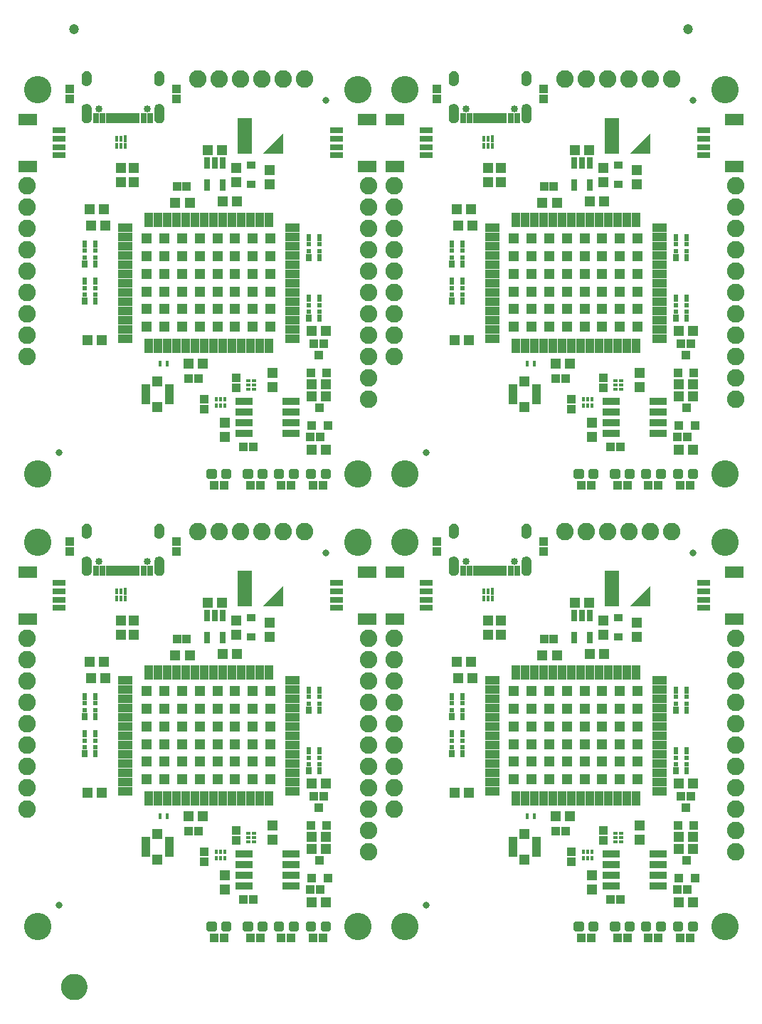
<source format=gts>
G04 EAGLE Gerber RS-274X export*
G75*
%MOMM*%
%FSLAX34Y34*%
%LPD*%
%INSoldermask Top*%
%IPPOS*%
%AMOC8*
5,1,8,0,0,1.08239X$1,22.5*%
G01*
%ADD10R,2.203200X1.403200*%
%ADD11R,1.553200X0.803200*%
%ADD12R,1.303200X1.203200*%
%ADD13R,1.053200X2.403200*%
%ADD14R,1.203200X1.253200*%
%ADD15C,2.082800*%
%ADD16R,1.033200X0.833200*%
%ADD17R,1.203200X1.303200*%
%ADD18C,0.838200*%
%ADD19C,3.251200*%
%ADD20C,0.505344*%
%ADD21R,1.053200X1.103200*%
%ADD22R,1.700000X4.200000*%
%ADD23R,0.503200X1.203200*%
%ADD24R,0.803200X1.203200*%
%ADD25C,0.853200*%
%ADD26R,0.753200X1.403200*%
%ADD27R,1.103200X1.053200*%
%ADD28R,0.453200X0.813200*%
%ADD29R,0.453200X0.763200*%
%ADD30R,1.003200X1.703200*%
%ADD31R,1.703200X1.003200*%
%ADD32R,1.303200X1.303200*%
%ADD33R,0.419100X0.711200*%
%ADD34R,1.003200X1.103200*%
%ADD35R,2.103200X0.843200*%
%ADD36R,0.400000X0.620000*%
%ADD37R,0.620000X0.400000*%
%ADD38R,0.620000X0.840000*%
%ADD39R,0.620000X0.560000*%
%ADD40R,0.640000X0.840000*%
%ADD41C,1.203200*%
%ADD42C,1.270000*%
%ADD43C,1.703200*%

G36*
X317646Y944506D02*
X317646Y944506D01*
X317663Y944503D01*
X317713Y944525D01*
X317764Y944540D01*
X317775Y944553D01*
X317791Y944560D01*
X317821Y944605D01*
X317856Y944645D01*
X317859Y944662D01*
X317868Y944677D01*
X317879Y944750D01*
X317879Y968750D01*
X317867Y968792D01*
X317864Y968836D01*
X317848Y968858D01*
X317840Y968884D01*
X317807Y968913D01*
X317781Y968948D01*
X317755Y968958D01*
X317735Y968976D01*
X317691Y968983D01*
X317651Y968998D01*
X317624Y968993D01*
X317597Y968997D01*
X317556Y968979D01*
X317514Y968970D01*
X317478Y968944D01*
X317469Y968940D01*
X317465Y968935D01*
X317454Y968926D01*
X293454Y944926D01*
X293433Y944888D01*
X293404Y944855D01*
X293400Y944828D01*
X293387Y944804D01*
X293390Y944760D01*
X293383Y944717D01*
X293394Y944692D01*
X293396Y944664D01*
X293422Y944629D01*
X293440Y944589D01*
X293463Y944574D01*
X293479Y944552D01*
X293520Y944536D01*
X293557Y944512D01*
X293600Y944505D01*
X293609Y944502D01*
X293616Y944503D01*
X293630Y944501D01*
X317630Y944501D01*
X317646Y944506D01*
G37*
G36*
X754526Y944506D02*
X754526Y944506D01*
X754543Y944503D01*
X754593Y944525D01*
X754644Y944540D01*
X754655Y944553D01*
X754671Y944560D01*
X754701Y944605D01*
X754736Y944645D01*
X754739Y944662D01*
X754748Y944677D01*
X754759Y944750D01*
X754759Y968750D01*
X754747Y968792D01*
X754744Y968836D01*
X754728Y968858D01*
X754720Y968884D01*
X754687Y968913D01*
X754661Y968948D01*
X754635Y968958D01*
X754615Y968976D01*
X754571Y968983D01*
X754531Y968998D01*
X754504Y968993D01*
X754477Y968997D01*
X754436Y968979D01*
X754394Y968970D01*
X754358Y968944D01*
X754349Y968940D01*
X754345Y968935D01*
X754334Y968926D01*
X730334Y944926D01*
X730313Y944888D01*
X730284Y944855D01*
X730280Y944828D01*
X730267Y944804D01*
X730270Y944760D01*
X730263Y944717D01*
X730274Y944692D01*
X730276Y944664D01*
X730302Y944629D01*
X730320Y944589D01*
X730343Y944574D01*
X730359Y944552D01*
X730400Y944536D01*
X730437Y944512D01*
X730480Y944505D01*
X730489Y944502D01*
X730496Y944503D01*
X730510Y944501D01*
X754510Y944501D01*
X754526Y944506D01*
G37*
G36*
X754526Y406026D02*
X754526Y406026D01*
X754543Y406023D01*
X754593Y406045D01*
X754644Y406060D01*
X754655Y406073D01*
X754671Y406080D01*
X754701Y406125D01*
X754736Y406165D01*
X754739Y406182D01*
X754748Y406197D01*
X754759Y406270D01*
X754759Y430270D01*
X754747Y430312D01*
X754744Y430356D01*
X754728Y430378D01*
X754720Y430404D01*
X754687Y430433D01*
X754661Y430468D01*
X754635Y430478D01*
X754615Y430496D01*
X754571Y430503D01*
X754531Y430518D01*
X754504Y430513D01*
X754477Y430517D01*
X754436Y430499D01*
X754394Y430490D01*
X754358Y430464D01*
X754349Y430460D01*
X754345Y430455D01*
X754334Y430446D01*
X730334Y406446D01*
X730313Y406408D01*
X730284Y406375D01*
X730280Y406348D01*
X730267Y406324D01*
X730270Y406280D01*
X730263Y406237D01*
X730274Y406212D01*
X730276Y406184D01*
X730302Y406149D01*
X730320Y406109D01*
X730343Y406094D01*
X730359Y406072D01*
X730400Y406056D01*
X730437Y406032D01*
X730480Y406025D01*
X730489Y406022D01*
X730496Y406023D01*
X730510Y406021D01*
X754510Y406021D01*
X754526Y406026D01*
G37*
G36*
X317646Y406026D02*
X317646Y406026D01*
X317663Y406023D01*
X317713Y406045D01*
X317764Y406060D01*
X317775Y406073D01*
X317791Y406080D01*
X317821Y406125D01*
X317856Y406165D01*
X317859Y406182D01*
X317868Y406197D01*
X317879Y406270D01*
X317879Y430270D01*
X317867Y430312D01*
X317864Y430356D01*
X317848Y430378D01*
X317840Y430404D01*
X317807Y430433D01*
X317781Y430468D01*
X317755Y430478D01*
X317735Y430496D01*
X317691Y430503D01*
X317651Y430518D01*
X317624Y430513D01*
X317597Y430517D01*
X317556Y430499D01*
X317514Y430490D01*
X317478Y430464D01*
X317469Y430460D01*
X317465Y430455D01*
X317454Y430446D01*
X293454Y406446D01*
X293433Y406408D01*
X293404Y406375D01*
X293400Y406348D01*
X293387Y406324D01*
X293390Y406280D01*
X293383Y406237D01*
X293394Y406212D01*
X293396Y406184D01*
X293422Y406149D01*
X293440Y406109D01*
X293463Y406094D01*
X293479Y406072D01*
X293520Y406056D01*
X293557Y406032D01*
X293600Y406025D01*
X293609Y406022D01*
X293616Y406023D01*
X293630Y406021D01*
X317630Y406021D01*
X317646Y406026D01*
G37*
G36*
X521814Y442422D02*
X521814Y442422D01*
X521819Y442427D01*
X521823Y442423D01*
X522920Y442710D01*
X522924Y442716D01*
X522929Y442713D01*
X523948Y443208D01*
X523951Y443214D01*
X523956Y443213D01*
X524859Y443897D01*
X524861Y443904D01*
X524866Y443904D01*
X525619Y444751D01*
X525619Y444758D01*
X525624Y444759D01*
X526197Y445736D01*
X526196Y445739D01*
X526197Y445740D01*
X526196Y445741D01*
X526196Y445743D01*
X526201Y445745D01*
X526572Y446816D01*
X526570Y446821D01*
X526573Y446823D01*
X526572Y446824D01*
X526574Y446825D01*
X526729Y447947D01*
X526726Y447952D01*
X526729Y447954D01*
X526729Y459954D01*
X526726Y459959D01*
X526729Y459962D01*
X526524Y461229D01*
X526518Y461235D01*
X526521Y461240D01*
X526039Y462429D01*
X526032Y462433D01*
X526034Y462439D01*
X525300Y463492D01*
X525292Y463494D01*
X525293Y463500D01*
X524343Y464363D01*
X524334Y464364D01*
X524334Y464369D01*
X523215Y464999D01*
X523207Y464998D01*
X523205Y465004D01*
X521975Y465369D01*
X521967Y465366D01*
X521964Y465371D01*
X520683Y465453D01*
X520677Y465453D01*
X519396Y465371D01*
X519390Y465365D01*
X519385Y465369D01*
X518155Y465004D01*
X518150Y464997D01*
X518145Y464999D01*
X517026Y464369D01*
X517023Y464362D01*
X517017Y464363D01*
X516067Y463500D01*
X516066Y463492D01*
X516060Y463492D01*
X515326Y462439D01*
X515326Y462431D01*
X515321Y462429D01*
X514839Y461240D01*
X514841Y461234D01*
X514837Y461231D01*
X514838Y461230D01*
X514836Y461229D01*
X514631Y459962D01*
X514634Y459957D01*
X514631Y459954D01*
X514631Y447954D01*
X514634Y447950D01*
X514631Y447947D01*
X514786Y446825D01*
X514791Y446820D01*
X514788Y446816D01*
X515159Y445745D01*
X515165Y445741D01*
X515163Y445736D01*
X515736Y444759D01*
X515742Y444756D01*
X515741Y444751D01*
X516494Y443904D01*
X516501Y443902D01*
X516501Y443897D01*
X517404Y443213D01*
X517411Y443213D01*
X517412Y443208D01*
X518431Y442713D01*
X518438Y442715D01*
X518440Y442710D01*
X519537Y442423D01*
X519543Y442426D01*
X519546Y442422D01*
X520677Y442355D01*
X520681Y442357D01*
X520683Y442355D01*
X521814Y442422D01*
G37*
G36*
X84934Y442422D02*
X84934Y442422D01*
X84939Y442427D01*
X84943Y442423D01*
X86040Y442710D01*
X86044Y442716D01*
X86049Y442713D01*
X87068Y443208D01*
X87071Y443214D01*
X87076Y443213D01*
X87979Y443897D01*
X87981Y443904D01*
X87986Y443904D01*
X88739Y444751D01*
X88739Y444758D01*
X88744Y444759D01*
X89317Y445736D01*
X89316Y445739D01*
X89317Y445740D01*
X89316Y445741D01*
X89316Y445743D01*
X89321Y445745D01*
X89692Y446816D01*
X89690Y446821D01*
X89693Y446823D01*
X89692Y446824D01*
X89694Y446825D01*
X89849Y447947D01*
X89846Y447952D01*
X89849Y447954D01*
X89849Y459954D01*
X89846Y459959D01*
X89849Y459962D01*
X89644Y461229D01*
X89638Y461235D01*
X89641Y461240D01*
X89159Y462429D01*
X89152Y462433D01*
X89154Y462439D01*
X88420Y463492D01*
X88412Y463494D01*
X88413Y463500D01*
X87463Y464363D01*
X87454Y464364D01*
X87454Y464369D01*
X86335Y464999D01*
X86327Y464998D01*
X86325Y465004D01*
X85095Y465369D01*
X85087Y465366D01*
X85084Y465371D01*
X83803Y465453D01*
X83797Y465453D01*
X82516Y465371D01*
X82510Y465365D01*
X82505Y465369D01*
X81275Y465004D01*
X81270Y464997D01*
X81265Y464999D01*
X80146Y464369D01*
X80143Y464362D01*
X80137Y464363D01*
X79187Y463500D01*
X79186Y463492D01*
X79180Y463492D01*
X78446Y462439D01*
X78446Y462431D01*
X78441Y462429D01*
X77959Y461240D01*
X77961Y461234D01*
X77957Y461231D01*
X77958Y461230D01*
X77956Y461229D01*
X77751Y459962D01*
X77754Y459957D01*
X77751Y459954D01*
X77751Y447954D01*
X77754Y447950D01*
X77751Y447947D01*
X77906Y446825D01*
X77911Y446820D01*
X77908Y446816D01*
X78279Y445745D01*
X78285Y445741D01*
X78283Y445736D01*
X78856Y444759D01*
X78862Y444756D01*
X78861Y444751D01*
X79614Y443904D01*
X79621Y443902D01*
X79621Y443897D01*
X80524Y443213D01*
X80531Y443213D01*
X80532Y443208D01*
X81551Y442713D01*
X81558Y442715D01*
X81560Y442710D01*
X82657Y442423D01*
X82663Y442426D01*
X82666Y442422D01*
X83797Y442355D01*
X83801Y442357D01*
X83803Y442355D01*
X84934Y442422D01*
G37*
G36*
X171334Y442422D02*
X171334Y442422D01*
X171339Y442427D01*
X171343Y442423D01*
X172440Y442710D01*
X172444Y442716D01*
X172449Y442713D01*
X173468Y443208D01*
X173471Y443214D01*
X173476Y443213D01*
X174379Y443897D01*
X174381Y443904D01*
X174386Y443904D01*
X175139Y444751D01*
X175139Y444758D01*
X175144Y444759D01*
X175717Y445736D01*
X175716Y445739D01*
X175717Y445740D01*
X175716Y445741D01*
X175716Y445743D01*
X175721Y445745D01*
X176092Y446816D01*
X176090Y446821D01*
X176093Y446823D01*
X176092Y446824D01*
X176094Y446825D01*
X176249Y447947D01*
X176246Y447952D01*
X176249Y447954D01*
X176249Y459954D01*
X176246Y459959D01*
X176249Y459962D01*
X176044Y461229D01*
X176038Y461235D01*
X176041Y461240D01*
X175559Y462429D01*
X175552Y462433D01*
X175554Y462439D01*
X174820Y463492D01*
X174812Y463494D01*
X174813Y463500D01*
X173863Y464363D01*
X173854Y464364D01*
X173854Y464369D01*
X172735Y464999D01*
X172727Y464998D01*
X172725Y465004D01*
X171495Y465369D01*
X171487Y465366D01*
X171484Y465371D01*
X170203Y465453D01*
X170197Y465453D01*
X168916Y465371D01*
X168910Y465365D01*
X168905Y465369D01*
X167675Y465004D01*
X167670Y464997D01*
X167665Y464999D01*
X166546Y464369D01*
X166543Y464362D01*
X166537Y464363D01*
X165587Y463500D01*
X165586Y463492D01*
X165580Y463492D01*
X164846Y462439D01*
X164846Y462431D01*
X164841Y462429D01*
X164359Y461240D01*
X164361Y461234D01*
X164357Y461231D01*
X164358Y461230D01*
X164356Y461229D01*
X164151Y459962D01*
X164154Y459957D01*
X164151Y459954D01*
X164151Y447954D01*
X164154Y447950D01*
X164151Y447947D01*
X164306Y446825D01*
X164311Y446820D01*
X164308Y446816D01*
X164679Y445745D01*
X164685Y445741D01*
X164683Y445736D01*
X165256Y444759D01*
X165262Y444756D01*
X165261Y444751D01*
X166014Y443904D01*
X166021Y443902D01*
X166021Y443897D01*
X166924Y443213D01*
X166931Y443213D01*
X166932Y443208D01*
X167951Y442713D01*
X167958Y442715D01*
X167960Y442710D01*
X169057Y442423D01*
X169063Y442426D01*
X169066Y442422D01*
X170197Y442355D01*
X170201Y442357D01*
X170203Y442355D01*
X171334Y442422D01*
G37*
G36*
X608214Y442422D02*
X608214Y442422D01*
X608219Y442427D01*
X608223Y442423D01*
X609320Y442710D01*
X609324Y442716D01*
X609329Y442713D01*
X610348Y443208D01*
X610351Y443214D01*
X610356Y443213D01*
X611259Y443897D01*
X611261Y443904D01*
X611266Y443904D01*
X612019Y444751D01*
X612019Y444758D01*
X612024Y444759D01*
X612597Y445736D01*
X612596Y445739D01*
X612597Y445740D01*
X612596Y445741D01*
X612596Y445743D01*
X612601Y445745D01*
X612972Y446816D01*
X612970Y446821D01*
X612973Y446823D01*
X612972Y446824D01*
X612974Y446825D01*
X613129Y447947D01*
X613126Y447952D01*
X613129Y447954D01*
X613129Y459954D01*
X613126Y459959D01*
X613129Y459962D01*
X612924Y461229D01*
X612918Y461235D01*
X612921Y461240D01*
X612439Y462429D01*
X612432Y462433D01*
X612434Y462439D01*
X611700Y463492D01*
X611692Y463494D01*
X611693Y463500D01*
X610743Y464363D01*
X610734Y464364D01*
X610734Y464369D01*
X609615Y464999D01*
X609607Y464998D01*
X609605Y465004D01*
X608375Y465369D01*
X608367Y465366D01*
X608364Y465371D01*
X607083Y465453D01*
X607077Y465453D01*
X605796Y465371D01*
X605790Y465365D01*
X605785Y465369D01*
X604555Y465004D01*
X604550Y464997D01*
X604545Y464999D01*
X603426Y464369D01*
X603423Y464362D01*
X603417Y464363D01*
X602467Y463500D01*
X602466Y463492D01*
X602460Y463492D01*
X601726Y462439D01*
X601726Y462431D01*
X601721Y462429D01*
X601239Y461240D01*
X601241Y461234D01*
X601237Y461231D01*
X601238Y461230D01*
X601236Y461229D01*
X601031Y459962D01*
X601034Y459957D01*
X601031Y459954D01*
X601031Y447954D01*
X601034Y447950D01*
X601031Y447947D01*
X601186Y446825D01*
X601191Y446820D01*
X601188Y446816D01*
X601559Y445745D01*
X601565Y445741D01*
X601563Y445736D01*
X602136Y444759D01*
X602142Y444756D01*
X602141Y444751D01*
X602894Y443904D01*
X602901Y443902D01*
X602901Y443897D01*
X603804Y443213D01*
X603811Y443213D01*
X603812Y443208D01*
X604831Y442713D01*
X604838Y442715D01*
X604840Y442710D01*
X605937Y442423D01*
X605943Y442426D01*
X605946Y442422D01*
X607077Y442355D01*
X607081Y442357D01*
X607083Y442355D01*
X608214Y442422D01*
G37*
G36*
X171334Y980902D02*
X171334Y980902D01*
X171339Y980907D01*
X171343Y980903D01*
X172440Y981190D01*
X172444Y981196D01*
X172449Y981193D01*
X173468Y981688D01*
X173471Y981694D01*
X173476Y981693D01*
X174379Y982377D01*
X174381Y982384D01*
X174386Y982384D01*
X175139Y983231D01*
X175139Y983238D01*
X175144Y983239D01*
X175717Y984216D01*
X175716Y984219D01*
X175717Y984220D01*
X175716Y984221D01*
X175716Y984223D01*
X175721Y984225D01*
X176092Y985296D01*
X176090Y985301D01*
X176093Y985303D01*
X176092Y985304D01*
X176094Y985305D01*
X176249Y986427D01*
X176246Y986432D01*
X176249Y986434D01*
X176249Y998434D01*
X176246Y998439D01*
X176249Y998442D01*
X176044Y999709D01*
X176038Y999715D01*
X176041Y999720D01*
X175559Y1000909D01*
X175552Y1000913D01*
X175554Y1000919D01*
X174820Y1001972D01*
X174812Y1001974D01*
X174813Y1001980D01*
X173863Y1002843D01*
X173854Y1002844D01*
X173854Y1002849D01*
X172735Y1003479D01*
X172727Y1003478D01*
X172725Y1003484D01*
X171495Y1003849D01*
X171487Y1003846D01*
X171484Y1003851D01*
X170203Y1003933D01*
X170197Y1003933D01*
X168916Y1003851D01*
X168910Y1003845D01*
X168905Y1003849D01*
X167675Y1003484D01*
X167670Y1003477D01*
X167665Y1003479D01*
X166546Y1002849D01*
X166543Y1002842D01*
X166537Y1002843D01*
X165587Y1001980D01*
X165586Y1001972D01*
X165580Y1001972D01*
X164846Y1000919D01*
X164846Y1000911D01*
X164841Y1000909D01*
X164359Y999720D01*
X164361Y999714D01*
X164357Y999711D01*
X164358Y999710D01*
X164356Y999709D01*
X164151Y998442D01*
X164154Y998437D01*
X164151Y998434D01*
X164151Y986434D01*
X164154Y986430D01*
X164151Y986427D01*
X164306Y985305D01*
X164311Y985300D01*
X164308Y985296D01*
X164679Y984225D01*
X164685Y984221D01*
X164683Y984216D01*
X165256Y983239D01*
X165262Y983236D01*
X165261Y983231D01*
X166014Y982384D01*
X166021Y982382D01*
X166021Y982377D01*
X166924Y981693D01*
X166931Y981693D01*
X166932Y981688D01*
X167951Y981193D01*
X167958Y981195D01*
X167960Y981190D01*
X169057Y980903D01*
X169063Y980906D01*
X169066Y980902D01*
X170197Y980835D01*
X170201Y980837D01*
X170203Y980835D01*
X171334Y980902D01*
G37*
G36*
X84934Y980902D02*
X84934Y980902D01*
X84939Y980907D01*
X84943Y980903D01*
X86040Y981190D01*
X86044Y981196D01*
X86049Y981193D01*
X87068Y981688D01*
X87071Y981694D01*
X87076Y981693D01*
X87979Y982377D01*
X87981Y982384D01*
X87986Y982384D01*
X88739Y983231D01*
X88739Y983238D01*
X88744Y983239D01*
X89317Y984216D01*
X89316Y984219D01*
X89317Y984220D01*
X89316Y984221D01*
X89316Y984223D01*
X89321Y984225D01*
X89692Y985296D01*
X89690Y985301D01*
X89693Y985303D01*
X89692Y985304D01*
X89694Y985305D01*
X89849Y986427D01*
X89846Y986432D01*
X89849Y986434D01*
X89849Y998434D01*
X89846Y998439D01*
X89849Y998442D01*
X89644Y999709D01*
X89638Y999715D01*
X89641Y999720D01*
X89159Y1000909D01*
X89152Y1000913D01*
X89154Y1000919D01*
X88420Y1001972D01*
X88412Y1001974D01*
X88413Y1001980D01*
X87463Y1002843D01*
X87454Y1002844D01*
X87454Y1002849D01*
X86335Y1003479D01*
X86327Y1003478D01*
X86325Y1003484D01*
X85095Y1003849D01*
X85087Y1003846D01*
X85084Y1003851D01*
X83803Y1003933D01*
X83797Y1003933D01*
X82516Y1003851D01*
X82510Y1003845D01*
X82505Y1003849D01*
X81275Y1003484D01*
X81270Y1003477D01*
X81265Y1003479D01*
X80146Y1002849D01*
X80143Y1002842D01*
X80137Y1002843D01*
X79187Y1001980D01*
X79186Y1001972D01*
X79180Y1001972D01*
X78446Y1000919D01*
X78446Y1000911D01*
X78441Y1000909D01*
X77959Y999720D01*
X77961Y999714D01*
X77957Y999711D01*
X77958Y999710D01*
X77956Y999709D01*
X77751Y998442D01*
X77754Y998437D01*
X77751Y998434D01*
X77751Y986434D01*
X77754Y986430D01*
X77751Y986427D01*
X77906Y985305D01*
X77911Y985300D01*
X77908Y985296D01*
X78279Y984225D01*
X78285Y984221D01*
X78283Y984216D01*
X78856Y983239D01*
X78862Y983236D01*
X78861Y983231D01*
X79614Y982384D01*
X79621Y982382D01*
X79621Y982377D01*
X80524Y981693D01*
X80531Y981693D01*
X80532Y981688D01*
X81551Y981193D01*
X81558Y981195D01*
X81560Y981190D01*
X82657Y980903D01*
X82663Y980906D01*
X82666Y980902D01*
X83797Y980835D01*
X83801Y980837D01*
X83803Y980835D01*
X84934Y980902D01*
G37*
G36*
X521814Y980902D02*
X521814Y980902D01*
X521819Y980907D01*
X521823Y980903D01*
X522920Y981190D01*
X522924Y981196D01*
X522929Y981193D01*
X523948Y981688D01*
X523951Y981694D01*
X523956Y981693D01*
X524859Y982377D01*
X524861Y982384D01*
X524866Y982384D01*
X525619Y983231D01*
X525619Y983238D01*
X525624Y983239D01*
X526197Y984216D01*
X526196Y984219D01*
X526197Y984220D01*
X526196Y984221D01*
X526196Y984223D01*
X526201Y984225D01*
X526572Y985296D01*
X526570Y985301D01*
X526573Y985303D01*
X526572Y985304D01*
X526574Y985305D01*
X526729Y986427D01*
X526726Y986432D01*
X526729Y986434D01*
X526729Y998434D01*
X526726Y998439D01*
X526729Y998442D01*
X526524Y999709D01*
X526518Y999715D01*
X526521Y999720D01*
X526039Y1000909D01*
X526032Y1000913D01*
X526034Y1000919D01*
X525300Y1001972D01*
X525292Y1001974D01*
X525293Y1001980D01*
X524343Y1002843D01*
X524334Y1002844D01*
X524334Y1002849D01*
X523215Y1003479D01*
X523207Y1003478D01*
X523205Y1003484D01*
X521975Y1003849D01*
X521967Y1003846D01*
X521964Y1003851D01*
X520683Y1003933D01*
X520677Y1003933D01*
X519396Y1003851D01*
X519390Y1003845D01*
X519385Y1003849D01*
X518155Y1003484D01*
X518150Y1003477D01*
X518145Y1003479D01*
X517026Y1002849D01*
X517023Y1002842D01*
X517017Y1002843D01*
X516067Y1001980D01*
X516066Y1001972D01*
X516060Y1001972D01*
X515326Y1000919D01*
X515326Y1000911D01*
X515321Y1000909D01*
X514839Y999720D01*
X514841Y999714D01*
X514837Y999711D01*
X514838Y999710D01*
X514836Y999709D01*
X514631Y998442D01*
X514634Y998437D01*
X514631Y998434D01*
X514631Y986434D01*
X514634Y986430D01*
X514631Y986427D01*
X514786Y985305D01*
X514791Y985300D01*
X514788Y985296D01*
X515159Y984225D01*
X515165Y984221D01*
X515163Y984216D01*
X515736Y983239D01*
X515742Y983236D01*
X515741Y983231D01*
X516494Y982384D01*
X516501Y982382D01*
X516501Y982377D01*
X517404Y981693D01*
X517411Y981693D01*
X517412Y981688D01*
X518431Y981193D01*
X518438Y981195D01*
X518440Y981190D01*
X519537Y980903D01*
X519543Y980906D01*
X519546Y980902D01*
X520677Y980835D01*
X520681Y980837D01*
X520683Y980835D01*
X521814Y980902D01*
G37*
G36*
X608214Y980902D02*
X608214Y980902D01*
X608219Y980907D01*
X608223Y980903D01*
X609320Y981190D01*
X609324Y981196D01*
X609329Y981193D01*
X610348Y981688D01*
X610351Y981694D01*
X610356Y981693D01*
X611259Y982377D01*
X611261Y982384D01*
X611266Y982384D01*
X612019Y983231D01*
X612019Y983238D01*
X612024Y983239D01*
X612597Y984216D01*
X612596Y984219D01*
X612597Y984220D01*
X612596Y984221D01*
X612596Y984223D01*
X612601Y984225D01*
X612972Y985296D01*
X612970Y985301D01*
X612973Y985303D01*
X612972Y985304D01*
X612974Y985305D01*
X613129Y986427D01*
X613126Y986432D01*
X613129Y986434D01*
X613129Y998434D01*
X613126Y998439D01*
X613129Y998442D01*
X612924Y999709D01*
X612918Y999715D01*
X612921Y999720D01*
X612439Y1000909D01*
X612432Y1000913D01*
X612434Y1000919D01*
X611700Y1001972D01*
X611692Y1001974D01*
X611693Y1001980D01*
X610743Y1002843D01*
X610734Y1002844D01*
X610734Y1002849D01*
X609615Y1003479D01*
X609607Y1003478D01*
X609605Y1003484D01*
X608375Y1003849D01*
X608367Y1003846D01*
X608364Y1003851D01*
X607083Y1003933D01*
X607077Y1003933D01*
X605796Y1003851D01*
X605790Y1003845D01*
X605785Y1003849D01*
X604555Y1003484D01*
X604550Y1003477D01*
X604545Y1003479D01*
X603426Y1002849D01*
X603423Y1002842D01*
X603417Y1002843D01*
X602467Y1001980D01*
X602466Y1001972D01*
X602460Y1001972D01*
X601726Y1000919D01*
X601726Y1000911D01*
X601721Y1000909D01*
X601239Y999720D01*
X601241Y999714D01*
X601237Y999711D01*
X601238Y999710D01*
X601236Y999709D01*
X601031Y998442D01*
X601034Y998437D01*
X601031Y998434D01*
X601031Y986434D01*
X601034Y986430D01*
X601031Y986427D01*
X601186Y985305D01*
X601191Y985300D01*
X601188Y985296D01*
X601559Y984225D01*
X601565Y984221D01*
X601563Y984216D01*
X602136Y983239D01*
X602142Y983236D01*
X602141Y983231D01*
X602894Y982384D01*
X602901Y982382D01*
X602901Y982377D01*
X603804Y981693D01*
X603811Y981693D01*
X603812Y981688D01*
X604831Y981193D01*
X604838Y981195D01*
X604840Y981190D01*
X605937Y980903D01*
X605943Y980906D01*
X605946Y980902D01*
X607077Y980835D01*
X607081Y980837D01*
X607083Y980835D01*
X608214Y980902D01*
G37*
G36*
X170202Y1025139D02*
X170202Y1025139D01*
X170206Y1025135D01*
X171546Y1025292D01*
X171552Y1025297D01*
X171557Y1025294D01*
X172828Y1025745D01*
X172833Y1025752D01*
X172838Y1025750D01*
X173977Y1026472D01*
X173980Y1026480D01*
X173986Y1026479D01*
X174936Y1027437D01*
X174937Y1027445D01*
X174943Y1027446D01*
X175656Y1028591D01*
X175655Y1028600D01*
X175661Y1028601D01*
X176101Y1029877D01*
X176099Y1029884D01*
X176103Y1029887D01*
X176249Y1031229D01*
X176247Y1031232D01*
X176249Y1031234D01*
X176249Y1037234D01*
X176247Y1037238D01*
X176249Y1037240D01*
X176094Y1038569D01*
X176088Y1038575D01*
X176091Y1038579D01*
X175644Y1039840D01*
X175637Y1039845D01*
X175639Y1039850D01*
X174922Y1040980D01*
X174915Y1040983D01*
X174916Y1040989D01*
X173966Y1041931D01*
X173957Y1041932D01*
X173957Y1041938D01*
X172821Y1042645D01*
X172813Y1042644D01*
X172811Y1042650D01*
X171546Y1043086D01*
X171538Y1043084D01*
X171536Y1043089D01*
X170205Y1043233D01*
X170199Y1043229D01*
X170195Y1043233D01*
X169029Y1043123D01*
X169024Y1043118D01*
X169020Y1043121D01*
X167897Y1042786D01*
X167893Y1042780D01*
X167889Y1042782D01*
X166853Y1042234D01*
X166850Y1042228D01*
X166845Y1042229D01*
X165937Y1041490D01*
X165935Y1041483D01*
X165930Y1041483D01*
X165183Y1040581D01*
X165183Y1040574D01*
X165178Y1040573D01*
X164621Y1039542D01*
X164622Y1039535D01*
X164617Y1039533D01*
X164273Y1038414D01*
X164275Y1038407D01*
X164271Y1038404D01*
X164151Y1037239D01*
X164153Y1037236D01*
X164151Y1037234D01*
X164151Y1031234D01*
X164153Y1031231D01*
X164151Y1031229D01*
X164262Y1030053D01*
X164267Y1030048D01*
X164264Y1030044D01*
X164602Y1028912D01*
X164608Y1028908D01*
X164606Y1028903D01*
X165158Y1027859D01*
X165165Y1027856D01*
X165163Y1027851D01*
X165909Y1026935D01*
X165916Y1026934D01*
X165916Y1026928D01*
X166826Y1026175D01*
X166833Y1026175D01*
X166834Y1026170D01*
X167873Y1025609D01*
X167880Y1025610D01*
X167882Y1025605D01*
X169011Y1025258D01*
X169017Y1025260D01*
X169020Y1025256D01*
X170195Y1025135D01*
X170202Y1025139D01*
G37*
G36*
X607082Y1025139D02*
X607082Y1025139D01*
X607086Y1025135D01*
X608426Y1025292D01*
X608432Y1025297D01*
X608437Y1025294D01*
X609708Y1025745D01*
X609713Y1025752D01*
X609718Y1025750D01*
X610857Y1026472D01*
X610860Y1026480D01*
X610866Y1026479D01*
X611816Y1027437D01*
X611817Y1027445D01*
X611823Y1027446D01*
X612536Y1028591D01*
X612535Y1028600D01*
X612541Y1028601D01*
X612981Y1029877D01*
X612979Y1029884D01*
X612983Y1029887D01*
X613129Y1031229D01*
X613127Y1031232D01*
X613129Y1031234D01*
X613129Y1037234D01*
X613127Y1037238D01*
X613129Y1037240D01*
X612974Y1038569D01*
X612968Y1038575D01*
X612971Y1038579D01*
X612524Y1039840D01*
X612517Y1039845D01*
X612519Y1039850D01*
X611802Y1040980D01*
X611795Y1040983D01*
X611796Y1040989D01*
X610846Y1041931D01*
X610837Y1041932D01*
X610837Y1041938D01*
X609701Y1042645D01*
X609693Y1042644D01*
X609691Y1042650D01*
X608426Y1043086D01*
X608418Y1043084D01*
X608416Y1043089D01*
X607085Y1043233D01*
X607079Y1043229D01*
X607075Y1043233D01*
X605909Y1043123D01*
X605904Y1043118D01*
X605900Y1043121D01*
X604777Y1042786D01*
X604773Y1042780D01*
X604769Y1042782D01*
X603733Y1042234D01*
X603730Y1042228D01*
X603725Y1042229D01*
X602817Y1041490D01*
X602815Y1041483D01*
X602810Y1041483D01*
X602063Y1040581D01*
X602063Y1040574D01*
X602058Y1040573D01*
X601501Y1039542D01*
X601502Y1039535D01*
X601497Y1039533D01*
X601153Y1038414D01*
X601155Y1038407D01*
X601151Y1038404D01*
X601031Y1037239D01*
X601033Y1037236D01*
X601031Y1037234D01*
X601031Y1031234D01*
X601033Y1031231D01*
X601031Y1031229D01*
X601142Y1030053D01*
X601147Y1030048D01*
X601144Y1030044D01*
X601482Y1028912D01*
X601488Y1028908D01*
X601486Y1028903D01*
X602038Y1027859D01*
X602045Y1027856D01*
X602043Y1027851D01*
X602789Y1026935D01*
X602796Y1026934D01*
X602796Y1026928D01*
X603706Y1026175D01*
X603713Y1026175D01*
X603714Y1026170D01*
X604753Y1025609D01*
X604760Y1025610D01*
X604762Y1025605D01*
X605891Y1025258D01*
X605897Y1025260D01*
X605900Y1025256D01*
X607075Y1025135D01*
X607082Y1025139D01*
G37*
G36*
X520682Y1025139D02*
X520682Y1025139D01*
X520686Y1025135D01*
X522026Y1025292D01*
X522032Y1025297D01*
X522037Y1025294D01*
X523308Y1025745D01*
X523313Y1025752D01*
X523318Y1025750D01*
X524457Y1026472D01*
X524460Y1026480D01*
X524466Y1026479D01*
X525416Y1027437D01*
X525417Y1027445D01*
X525423Y1027446D01*
X526136Y1028591D01*
X526135Y1028600D01*
X526141Y1028601D01*
X526581Y1029877D01*
X526579Y1029884D01*
X526583Y1029887D01*
X526729Y1031229D01*
X526727Y1031232D01*
X526729Y1031234D01*
X526729Y1037234D01*
X526727Y1037238D01*
X526729Y1037240D01*
X526574Y1038569D01*
X526568Y1038575D01*
X526571Y1038579D01*
X526124Y1039840D01*
X526117Y1039845D01*
X526119Y1039850D01*
X525402Y1040980D01*
X525395Y1040983D01*
X525396Y1040989D01*
X524446Y1041931D01*
X524437Y1041932D01*
X524437Y1041938D01*
X523301Y1042645D01*
X523293Y1042644D01*
X523291Y1042650D01*
X522026Y1043086D01*
X522018Y1043084D01*
X522016Y1043089D01*
X520685Y1043233D01*
X520679Y1043229D01*
X520675Y1043233D01*
X519509Y1043123D01*
X519504Y1043118D01*
X519500Y1043121D01*
X518377Y1042786D01*
X518373Y1042780D01*
X518369Y1042782D01*
X517333Y1042234D01*
X517330Y1042228D01*
X517325Y1042229D01*
X516417Y1041490D01*
X516415Y1041483D01*
X516410Y1041483D01*
X515663Y1040581D01*
X515663Y1040574D01*
X515658Y1040573D01*
X515101Y1039542D01*
X515102Y1039535D01*
X515097Y1039533D01*
X514753Y1038414D01*
X514755Y1038407D01*
X514751Y1038404D01*
X514631Y1037239D01*
X514633Y1037236D01*
X514631Y1037234D01*
X514631Y1031234D01*
X514633Y1031231D01*
X514631Y1031229D01*
X514742Y1030053D01*
X514747Y1030048D01*
X514744Y1030044D01*
X515082Y1028912D01*
X515088Y1028908D01*
X515086Y1028903D01*
X515638Y1027859D01*
X515645Y1027856D01*
X515643Y1027851D01*
X516389Y1026935D01*
X516396Y1026934D01*
X516396Y1026928D01*
X517306Y1026175D01*
X517313Y1026175D01*
X517314Y1026170D01*
X518353Y1025609D01*
X518360Y1025610D01*
X518362Y1025605D01*
X519491Y1025258D01*
X519497Y1025260D01*
X519500Y1025256D01*
X520675Y1025135D01*
X520682Y1025139D01*
G37*
G36*
X83802Y1025139D02*
X83802Y1025139D01*
X83806Y1025135D01*
X85146Y1025292D01*
X85152Y1025297D01*
X85157Y1025294D01*
X86428Y1025745D01*
X86433Y1025752D01*
X86438Y1025750D01*
X87577Y1026472D01*
X87580Y1026480D01*
X87586Y1026479D01*
X88536Y1027437D01*
X88537Y1027445D01*
X88543Y1027446D01*
X89256Y1028591D01*
X89255Y1028600D01*
X89261Y1028601D01*
X89701Y1029877D01*
X89699Y1029884D01*
X89703Y1029887D01*
X89849Y1031229D01*
X89847Y1031232D01*
X89849Y1031234D01*
X89849Y1037234D01*
X89847Y1037238D01*
X89849Y1037240D01*
X89694Y1038569D01*
X89688Y1038575D01*
X89691Y1038579D01*
X89244Y1039840D01*
X89237Y1039845D01*
X89239Y1039850D01*
X88522Y1040980D01*
X88515Y1040983D01*
X88516Y1040989D01*
X87566Y1041931D01*
X87557Y1041932D01*
X87557Y1041938D01*
X86421Y1042645D01*
X86413Y1042644D01*
X86411Y1042650D01*
X85146Y1043086D01*
X85138Y1043084D01*
X85136Y1043089D01*
X83805Y1043233D01*
X83799Y1043229D01*
X83795Y1043233D01*
X82629Y1043123D01*
X82624Y1043118D01*
X82620Y1043121D01*
X81497Y1042786D01*
X81493Y1042780D01*
X81489Y1042782D01*
X80453Y1042234D01*
X80450Y1042228D01*
X80445Y1042229D01*
X79537Y1041490D01*
X79535Y1041483D01*
X79530Y1041483D01*
X78783Y1040581D01*
X78783Y1040574D01*
X78778Y1040573D01*
X78221Y1039542D01*
X78222Y1039535D01*
X78217Y1039533D01*
X77873Y1038414D01*
X77875Y1038407D01*
X77871Y1038404D01*
X77751Y1037239D01*
X77753Y1037236D01*
X77751Y1037234D01*
X77751Y1031234D01*
X77753Y1031231D01*
X77751Y1031229D01*
X77862Y1030053D01*
X77867Y1030048D01*
X77864Y1030044D01*
X78202Y1028912D01*
X78208Y1028908D01*
X78206Y1028903D01*
X78758Y1027859D01*
X78765Y1027856D01*
X78763Y1027851D01*
X79509Y1026935D01*
X79516Y1026934D01*
X79516Y1026928D01*
X80426Y1026175D01*
X80433Y1026175D01*
X80434Y1026170D01*
X81473Y1025609D01*
X81480Y1025610D01*
X81482Y1025605D01*
X82611Y1025258D01*
X82617Y1025260D01*
X82620Y1025256D01*
X83795Y1025135D01*
X83802Y1025139D01*
G37*
G36*
X607082Y486659D02*
X607082Y486659D01*
X607086Y486655D01*
X608426Y486812D01*
X608432Y486817D01*
X608437Y486814D01*
X609708Y487265D01*
X609713Y487272D01*
X609718Y487270D01*
X610857Y487992D01*
X610860Y488000D01*
X610866Y487999D01*
X611816Y488957D01*
X611817Y488965D01*
X611823Y488966D01*
X612536Y490111D01*
X612535Y490120D01*
X612541Y490121D01*
X612981Y491397D01*
X612979Y491404D01*
X612983Y491407D01*
X613129Y492749D01*
X613127Y492752D01*
X613129Y492754D01*
X613129Y498754D01*
X613127Y498758D01*
X613129Y498760D01*
X612974Y500089D01*
X612968Y500095D01*
X612971Y500099D01*
X612524Y501360D01*
X612517Y501365D01*
X612519Y501370D01*
X611802Y502500D01*
X611795Y502503D01*
X611796Y502509D01*
X610846Y503451D01*
X610837Y503452D01*
X610837Y503458D01*
X609701Y504165D01*
X609693Y504164D01*
X609691Y504170D01*
X608426Y504606D01*
X608418Y504604D01*
X608416Y504609D01*
X607085Y504753D01*
X607079Y504749D01*
X607075Y504753D01*
X605909Y504643D01*
X605904Y504638D01*
X605900Y504641D01*
X604777Y504306D01*
X604773Y504300D01*
X604769Y504302D01*
X603733Y503754D01*
X603730Y503748D01*
X603725Y503749D01*
X602817Y503010D01*
X602815Y503003D01*
X602810Y503003D01*
X602063Y502101D01*
X602063Y502094D01*
X602058Y502093D01*
X601501Y501062D01*
X601502Y501055D01*
X601497Y501053D01*
X601153Y499934D01*
X601155Y499927D01*
X601151Y499924D01*
X601031Y498759D01*
X601033Y498756D01*
X601031Y498754D01*
X601031Y492754D01*
X601033Y492751D01*
X601031Y492749D01*
X601142Y491573D01*
X601147Y491568D01*
X601144Y491564D01*
X601482Y490432D01*
X601488Y490428D01*
X601486Y490423D01*
X602038Y489379D01*
X602045Y489376D01*
X602043Y489371D01*
X602789Y488455D01*
X602796Y488454D01*
X602796Y488448D01*
X603706Y487695D01*
X603713Y487695D01*
X603714Y487690D01*
X604753Y487129D01*
X604760Y487130D01*
X604762Y487125D01*
X605891Y486778D01*
X605897Y486780D01*
X605900Y486776D01*
X607075Y486655D01*
X607082Y486659D01*
G37*
G36*
X520682Y486659D02*
X520682Y486659D01*
X520686Y486655D01*
X522026Y486812D01*
X522032Y486817D01*
X522037Y486814D01*
X523308Y487265D01*
X523313Y487272D01*
X523318Y487270D01*
X524457Y487992D01*
X524460Y488000D01*
X524466Y487999D01*
X525416Y488957D01*
X525417Y488965D01*
X525423Y488966D01*
X526136Y490111D01*
X526135Y490120D01*
X526141Y490121D01*
X526581Y491397D01*
X526579Y491404D01*
X526583Y491407D01*
X526729Y492749D01*
X526727Y492752D01*
X526729Y492754D01*
X526729Y498754D01*
X526727Y498758D01*
X526729Y498760D01*
X526574Y500089D01*
X526568Y500095D01*
X526571Y500099D01*
X526124Y501360D01*
X526117Y501365D01*
X526119Y501370D01*
X525402Y502500D01*
X525395Y502503D01*
X525396Y502509D01*
X524446Y503451D01*
X524437Y503452D01*
X524437Y503458D01*
X523301Y504165D01*
X523293Y504164D01*
X523291Y504170D01*
X522026Y504606D01*
X522018Y504604D01*
X522016Y504609D01*
X520685Y504753D01*
X520679Y504749D01*
X520675Y504753D01*
X519509Y504643D01*
X519504Y504638D01*
X519500Y504641D01*
X518377Y504306D01*
X518373Y504300D01*
X518369Y504302D01*
X517333Y503754D01*
X517330Y503748D01*
X517325Y503749D01*
X516417Y503010D01*
X516415Y503003D01*
X516410Y503003D01*
X515663Y502101D01*
X515663Y502094D01*
X515658Y502093D01*
X515101Y501062D01*
X515102Y501055D01*
X515097Y501053D01*
X514753Y499934D01*
X514755Y499927D01*
X514751Y499924D01*
X514631Y498759D01*
X514633Y498756D01*
X514631Y498754D01*
X514631Y492754D01*
X514633Y492751D01*
X514631Y492749D01*
X514742Y491573D01*
X514747Y491568D01*
X514744Y491564D01*
X515082Y490432D01*
X515088Y490428D01*
X515086Y490423D01*
X515638Y489379D01*
X515645Y489376D01*
X515643Y489371D01*
X516389Y488455D01*
X516396Y488454D01*
X516396Y488448D01*
X517306Y487695D01*
X517313Y487695D01*
X517314Y487690D01*
X518353Y487129D01*
X518360Y487130D01*
X518362Y487125D01*
X519491Y486778D01*
X519497Y486780D01*
X519500Y486776D01*
X520675Y486655D01*
X520682Y486659D01*
G37*
G36*
X83802Y486659D02*
X83802Y486659D01*
X83806Y486655D01*
X85146Y486812D01*
X85152Y486817D01*
X85157Y486814D01*
X86428Y487265D01*
X86433Y487272D01*
X86438Y487270D01*
X87577Y487992D01*
X87580Y488000D01*
X87586Y487999D01*
X88536Y488957D01*
X88537Y488965D01*
X88543Y488966D01*
X89256Y490111D01*
X89255Y490120D01*
X89261Y490121D01*
X89701Y491397D01*
X89699Y491404D01*
X89703Y491407D01*
X89849Y492749D01*
X89847Y492752D01*
X89849Y492754D01*
X89849Y498754D01*
X89847Y498758D01*
X89849Y498760D01*
X89694Y500089D01*
X89688Y500095D01*
X89691Y500099D01*
X89244Y501360D01*
X89237Y501365D01*
X89239Y501370D01*
X88522Y502500D01*
X88515Y502503D01*
X88516Y502509D01*
X87566Y503451D01*
X87557Y503452D01*
X87557Y503458D01*
X86421Y504165D01*
X86413Y504164D01*
X86411Y504170D01*
X85146Y504606D01*
X85138Y504604D01*
X85136Y504609D01*
X83805Y504753D01*
X83799Y504749D01*
X83795Y504753D01*
X82629Y504643D01*
X82624Y504638D01*
X82620Y504641D01*
X81497Y504306D01*
X81493Y504300D01*
X81489Y504302D01*
X80453Y503754D01*
X80450Y503748D01*
X80445Y503749D01*
X79537Y503010D01*
X79535Y503003D01*
X79530Y503003D01*
X78783Y502101D01*
X78783Y502094D01*
X78778Y502093D01*
X78221Y501062D01*
X78222Y501055D01*
X78217Y501053D01*
X77873Y499934D01*
X77875Y499927D01*
X77871Y499924D01*
X77751Y498759D01*
X77753Y498756D01*
X77751Y498754D01*
X77751Y492754D01*
X77753Y492751D01*
X77751Y492749D01*
X77862Y491573D01*
X77867Y491568D01*
X77864Y491564D01*
X78202Y490432D01*
X78208Y490428D01*
X78206Y490423D01*
X78758Y489379D01*
X78765Y489376D01*
X78763Y489371D01*
X79509Y488455D01*
X79516Y488454D01*
X79516Y488448D01*
X80426Y487695D01*
X80433Y487695D01*
X80434Y487690D01*
X81473Y487129D01*
X81480Y487130D01*
X81482Y487125D01*
X82611Y486778D01*
X82617Y486780D01*
X82620Y486776D01*
X83795Y486655D01*
X83802Y486659D01*
G37*
G36*
X170202Y486659D02*
X170202Y486659D01*
X170206Y486655D01*
X171546Y486812D01*
X171552Y486817D01*
X171557Y486814D01*
X172828Y487265D01*
X172833Y487272D01*
X172838Y487270D01*
X173977Y487992D01*
X173980Y488000D01*
X173986Y487999D01*
X174936Y488957D01*
X174937Y488965D01*
X174943Y488966D01*
X175656Y490111D01*
X175655Y490120D01*
X175661Y490121D01*
X176101Y491397D01*
X176099Y491404D01*
X176103Y491407D01*
X176249Y492749D01*
X176247Y492752D01*
X176249Y492754D01*
X176249Y498754D01*
X176247Y498758D01*
X176249Y498760D01*
X176094Y500089D01*
X176088Y500095D01*
X176091Y500099D01*
X175644Y501360D01*
X175637Y501365D01*
X175639Y501370D01*
X174922Y502500D01*
X174915Y502503D01*
X174916Y502509D01*
X173966Y503451D01*
X173957Y503452D01*
X173957Y503458D01*
X172821Y504165D01*
X172813Y504164D01*
X172811Y504170D01*
X171546Y504606D01*
X171538Y504604D01*
X171536Y504609D01*
X170205Y504753D01*
X170199Y504749D01*
X170195Y504753D01*
X169029Y504643D01*
X169024Y504638D01*
X169020Y504641D01*
X167897Y504306D01*
X167893Y504300D01*
X167889Y504302D01*
X166853Y503754D01*
X166850Y503748D01*
X166845Y503749D01*
X165937Y503010D01*
X165935Y503003D01*
X165930Y503003D01*
X165183Y502101D01*
X165183Y502094D01*
X165178Y502093D01*
X164621Y501062D01*
X164622Y501055D01*
X164617Y501053D01*
X164273Y499934D01*
X164275Y499927D01*
X164271Y499924D01*
X164151Y498759D01*
X164153Y498756D01*
X164151Y498754D01*
X164151Y492754D01*
X164153Y492751D01*
X164151Y492749D01*
X164262Y491573D01*
X164267Y491568D01*
X164264Y491564D01*
X164602Y490432D01*
X164608Y490428D01*
X164606Y490423D01*
X165158Y489379D01*
X165165Y489376D01*
X165163Y489371D01*
X165909Y488455D01*
X165916Y488454D01*
X165916Y488448D01*
X166826Y487695D01*
X166833Y487695D01*
X166834Y487690D01*
X167873Y487129D01*
X167880Y487130D01*
X167882Y487125D01*
X169011Y486778D01*
X169017Y486780D01*
X169020Y486776D01*
X170195Y486655D01*
X170202Y486659D01*
G37*
D10*
X14050Y447100D03*
X14050Y391100D03*
D11*
X50800Y434100D03*
X50800Y424100D03*
X50800Y414100D03*
X50800Y404100D03*
D12*
X88977Y320294D03*
X105977Y320294D03*
X87707Y340010D03*
X104707Y340010D03*
D13*
X154398Y119634D03*
X181898Y119634D03*
D14*
X168148Y134884D03*
X168148Y104384D03*
D15*
X419100Y368300D03*
X419100Y342900D03*
X419100Y317500D03*
X419100Y292100D03*
X419100Y266700D03*
X419100Y241300D03*
X419100Y215900D03*
X419100Y190500D03*
X419100Y165100D03*
X419100Y139700D03*
X419100Y114300D03*
D16*
X279908Y392500D03*
X279908Y369500D03*
D17*
X301244Y386960D03*
X301244Y369960D03*
D18*
X368300Y469900D03*
X50800Y50800D03*
D19*
X406400Y482600D03*
X25400Y482600D03*
D20*
X246580Y28890D02*
X246580Y21910D01*
X246580Y28890D02*
X253560Y28890D01*
X253560Y21910D01*
X246580Y21910D01*
X246580Y26710D02*
X253560Y26710D01*
X229040Y28890D02*
X229040Y21910D01*
X229040Y28890D02*
X236020Y28890D01*
X236020Y21910D01*
X229040Y21910D01*
X229040Y26710D02*
X236020Y26710D01*
D21*
X235500Y11430D03*
X247100Y11430D03*
D22*
X272330Y427070D03*
D23*
X119500Y448154D03*
X124500Y448154D03*
D24*
X94750Y448154D03*
X102500Y448154D03*
D23*
X109500Y448154D03*
X114500Y448154D03*
X134500Y448154D03*
X129500Y448154D03*
D24*
X159250Y448154D03*
X151500Y448154D03*
D23*
X144500Y448154D03*
X139500Y448154D03*
D25*
X155900Y459204D03*
X98100Y459204D03*
D21*
X205020Y138430D03*
X216620Y138430D03*
D26*
X245720Y395271D03*
X236220Y395271D03*
X226720Y395271D03*
X226720Y369269D03*
X245720Y369269D03*
D27*
X63500Y483320D03*
X63500Y471720D03*
X190500Y483320D03*
X190500Y471720D03*
D12*
X227720Y410210D03*
X244720Y410210D03*
D17*
X261620Y372500D03*
X261620Y389500D03*
D28*
X129460Y423658D03*
D29*
X124460Y423908D03*
X119460Y423908D03*
X119460Y415308D03*
X124460Y415308D03*
X129460Y415308D03*
D17*
X139700Y389500D03*
X139700Y372500D03*
X124460Y389500D03*
X124460Y372500D03*
D21*
X278680Y11430D03*
X290280Y11430D03*
X353610Y11430D03*
X365210Y11430D03*
D20*
X289760Y21910D02*
X289760Y28890D01*
X296740Y28890D01*
X296740Y21910D01*
X289760Y21910D01*
X289760Y26710D02*
X296740Y26710D01*
X272220Y28890D02*
X272220Y21910D01*
X272220Y28890D02*
X279200Y28890D01*
X279200Y21910D01*
X272220Y21910D01*
X272220Y26710D02*
X279200Y26710D01*
X364690Y28890D02*
X364690Y21910D01*
X364690Y28890D02*
X371670Y28890D01*
X371670Y21910D01*
X364690Y21910D01*
X364690Y26710D02*
X371670Y26710D01*
X347150Y28890D02*
X347150Y21910D01*
X347150Y28890D02*
X354130Y28890D01*
X354130Y21910D01*
X347150Y21910D01*
X347150Y26710D02*
X354130Y26710D01*
D10*
X417750Y391100D03*
X417750Y447100D03*
D11*
X381000Y404100D03*
X381000Y414100D03*
X381000Y424100D03*
X381000Y434100D03*
D12*
X204860Y156210D03*
X221860Y156210D03*
D19*
X25400Y25146D03*
X406400Y25146D03*
D15*
X342900Y495300D03*
X317500Y495300D03*
X292100Y495300D03*
X266700Y495300D03*
X241300Y495300D03*
X215900Y495300D03*
X12700Y165100D03*
X12700Y190500D03*
X12700Y215900D03*
X12700Y241300D03*
X12700Y266700D03*
X12700Y292100D03*
X12700Y317500D03*
X12700Y342900D03*
X12700Y368300D03*
D30*
X157480Y177800D03*
X168480Y177800D03*
X179480Y177800D03*
X190480Y177800D03*
X201480Y177800D03*
X212480Y177800D03*
X223480Y177800D03*
X234480Y177800D03*
X245480Y177800D03*
X256480Y177800D03*
X267480Y177800D03*
X278480Y177800D03*
X289480Y177800D03*
X300480Y177800D03*
X157480Y327300D03*
X168480Y327300D03*
X179480Y327300D03*
X190480Y327300D03*
X201480Y327300D03*
X212480Y327300D03*
X223480Y327300D03*
X234480Y327300D03*
X245480Y327300D03*
X256480Y327300D03*
X267480Y327300D03*
X278480Y327300D03*
X289480Y327300D03*
X300480Y327300D03*
D31*
X328480Y186300D03*
X328480Y197300D03*
X328480Y208300D03*
X328480Y219300D03*
X328480Y230300D03*
X328480Y241300D03*
X328480Y252300D03*
X328480Y263300D03*
X328480Y274300D03*
X328480Y285300D03*
X328480Y296300D03*
X328480Y307300D03*
X328480Y318300D03*
X129480Y318300D03*
X129480Y307300D03*
X129480Y296300D03*
X129480Y285300D03*
X129480Y274300D03*
X129480Y263300D03*
X129480Y252300D03*
X129480Y241300D03*
X129480Y230300D03*
X129480Y219300D03*
X129480Y208300D03*
X129480Y197300D03*
X129480Y186300D03*
D32*
X155480Y200300D03*
X176480Y200300D03*
X197480Y200300D03*
X218480Y200300D03*
X239480Y200300D03*
X260480Y200300D03*
X281480Y200300D03*
X302480Y200300D03*
X302480Y221300D03*
X281480Y221300D03*
X260480Y221300D03*
X239480Y221300D03*
X218480Y221300D03*
X197480Y221300D03*
X176480Y221300D03*
X155480Y221300D03*
X155480Y242300D03*
X176480Y242300D03*
X197480Y242300D03*
X218480Y242300D03*
X239480Y242300D03*
X260480Y242300D03*
X281480Y242300D03*
X302480Y242300D03*
X302480Y263300D03*
X281480Y263300D03*
X260480Y263300D03*
X239480Y263300D03*
X218480Y263300D03*
X197480Y263300D03*
X176480Y263300D03*
X155480Y263300D03*
X155480Y284300D03*
X176480Y284300D03*
X197480Y284300D03*
X218480Y284300D03*
X239480Y284300D03*
X260480Y284300D03*
X281480Y284300D03*
X302480Y284300D03*
X302480Y305300D03*
X281480Y305300D03*
X260480Y305300D03*
X239480Y305300D03*
X218480Y305300D03*
X197480Y305300D03*
X176480Y305300D03*
X155480Y305300D03*
D12*
X245500Y349250D03*
X262500Y349250D03*
D21*
X202904Y367284D03*
X191304Y367284D03*
D12*
X102167Y184150D03*
X85167Y184150D03*
D21*
X315510Y11430D03*
X327110Y11430D03*
D20*
X326590Y21910D02*
X326590Y28890D01*
X333570Y28890D01*
X333570Y21910D01*
X326590Y21910D01*
X326590Y26710D02*
X333570Y26710D01*
X309050Y28890D02*
X309050Y21910D01*
X309050Y28890D02*
X316030Y28890D01*
X316030Y21910D01*
X309050Y21910D01*
X309050Y26710D02*
X316030Y26710D01*
D33*
X171260Y156210D03*
X179261Y156210D03*
D12*
X368316Y54196D03*
X351316Y54196D03*
X368316Y117280D03*
X351316Y117280D03*
X368316Y132310D03*
X351316Y132310D03*
X368316Y195350D03*
X351316Y195350D03*
D21*
X365616Y180120D03*
X354016Y180120D03*
X361552Y68932D03*
X349952Y68932D03*
D34*
X351586Y83144D03*
X370586Y83144D03*
X361086Y104144D03*
D17*
X247854Y86322D03*
X247854Y69322D03*
X304750Y128308D03*
X304750Y145308D03*
D35*
X327300Y73620D03*
X327300Y86320D03*
X327300Y99020D03*
X327300Y111720D03*
X271300Y111720D03*
X271300Y99020D03*
X271300Y86320D03*
X271300Y73620D03*
D21*
X270400Y57020D03*
X282000Y57020D03*
D36*
X238230Y106780D03*
X243230Y106780D03*
X248230Y106780D03*
X248230Y113980D03*
X243230Y113980D03*
X238230Y113980D03*
D37*
X283110Y125720D03*
X283110Y130720D03*
X283110Y135720D03*
X275910Y135720D03*
X275910Y130720D03*
X275910Y125720D03*
D34*
X350316Y145410D03*
X369316Y145410D03*
X359816Y166410D03*
D27*
X262130Y127960D03*
X262130Y139560D03*
X223772Y113848D03*
X223772Y102248D03*
D12*
X189366Y347726D03*
X206366Y347726D03*
D38*
X94530Y299020D03*
D39*
X94530Y291020D03*
X94530Y283020D03*
D38*
X81330Y299020D03*
D39*
X81330Y291020D03*
X81330Y283020D03*
D40*
X81430Y275020D03*
D38*
X94530Y275020D03*
X94530Y254570D03*
D39*
X94530Y246570D03*
X94530Y238570D03*
D38*
X81330Y254570D03*
D39*
X81330Y246570D03*
X81330Y238570D03*
D40*
X81430Y230570D03*
D38*
X94530Y230570D03*
X361230Y306640D03*
D39*
X361230Y298640D03*
X361230Y290640D03*
D38*
X348030Y306640D03*
D39*
X348030Y298640D03*
X348030Y290640D03*
D40*
X348130Y282640D03*
D38*
X361230Y282640D03*
X361230Y234250D03*
D39*
X361230Y226250D03*
X361230Y218250D03*
D38*
X348030Y234250D03*
D39*
X348030Y226250D03*
X348030Y218250D03*
D40*
X348130Y210250D03*
D38*
X361230Y210250D03*
D10*
X450930Y447100D03*
X450930Y391100D03*
D11*
X487680Y434100D03*
X487680Y424100D03*
X487680Y414100D03*
X487680Y404100D03*
D12*
X525857Y320294D03*
X542857Y320294D03*
X524587Y340010D03*
X541587Y340010D03*
D13*
X591278Y119634D03*
X618778Y119634D03*
D14*
X605028Y134884D03*
X605028Y104384D03*
D15*
X855980Y368300D03*
X855980Y342900D03*
X855980Y317500D03*
X855980Y292100D03*
X855980Y266700D03*
X855980Y241300D03*
X855980Y215900D03*
X855980Y190500D03*
X855980Y165100D03*
X855980Y139700D03*
X855980Y114300D03*
D16*
X716788Y392500D03*
X716788Y369500D03*
D17*
X738124Y386960D03*
X738124Y369960D03*
D18*
X805180Y469900D03*
X487680Y50800D03*
D19*
X843280Y482600D03*
X462280Y482600D03*
D20*
X683460Y28890D02*
X683460Y21910D01*
X683460Y28890D02*
X690440Y28890D01*
X690440Y21910D01*
X683460Y21910D01*
X683460Y26710D02*
X690440Y26710D01*
X665920Y28890D02*
X665920Y21910D01*
X665920Y28890D02*
X672900Y28890D01*
X672900Y21910D01*
X665920Y21910D01*
X665920Y26710D02*
X672900Y26710D01*
D21*
X672380Y11430D03*
X683980Y11430D03*
D22*
X709210Y427070D03*
D23*
X556380Y448154D03*
X561380Y448154D03*
D24*
X531630Y448154D03*
X539380Y448154D03*
D23*
X546380Y448154D03*
X551380Y448154D03*
X571380Y448154D03*
X566380Y448154D03*
D24*
X596130Y448154D03*
X588380Y448154D03*
D23*
X581380Y448154D03*
X576380Y448154D03*
D25*
X592780Y459204D03*
X534980Y459204D03*
D21*
X641900Y138430D03*
X653500Y138430D03*
D26*
X682600Y395271D03*
X673100Y395271D03*
X663600Y395271D03*
X663600Y369269D03*
X682600Y369269D03*
D27*
X500380Y483320D03*
X500380Y471720D03*
X627380Y483320D03*
X627380Y471720D03*
D12*
X664600Y410210D03*
X681600Y410210D03*
D17*
X698500Y372500D03*
X698500Y389500D03*
D28*
X566340Y423658D03*
D29*
X561340Y423908D03*
X556340Y423908D03*
X556340Y415308D03*
X561340Y415308D03*
X566340Y415308D03*
D17*
X576580Y389500D03*
X576580Y372500D03*
X561340Y389500D03*
X561340Y372500D03*
D21*
X715560Y11430D03*
X727160Y11430D03*
X790490Y11430D03*
X802090Y11430D03*
D20*
X726640Y21910D02*
X726640Y28890D01*
X733620Y28890D01*
X733620Y21910D01*
X726640Y21910D01*
X726640Y26710D02*
X733620Y26710D01*
X709100Y28890D02*
X709100Y21910D01*
X709100Y28890D02*
X716080Y28890D01*
X716080Y21910D01*
X709100Y21910D01*
X709100Y26710D02*
X716080Y26710D01*
X801570Y28890D02*
X801570Y21910D01*
X801570Y28890D02*
X808550Y28890D01*
X808550Y21910D01*
X801570Y21910D01*
X801570Y26710D02*
X808550Y26710D01*
X784030Y28890D02*
X784030Y21910D01*
X784030Y28890D02*
X791010Y28890D01*
X791010Y21910D01*
X784030Y21910D01*
X784030Y26710D02*
X791010Y26710D01*
D10*
X854630Y391100D03*
X854630Y447100D03*
D11*
X817880Y404100D03*
X817880Y414100D03*
X817880Y424100D03*
X817880Y434100D03*
D12*
X641740Y156210D03*
X658740Y156210D03*
D19*
X462280Y25146D03*
X843280Y25146D03*
D15*
X779780Y495300D03*
X754380Y495300D03*
X728980Y495300D03*
X703580Y495300D03*
X678180Y495300D03*
X652780Y495300D03*
X449580Y165100D03*
X449580Y190500D03*
X449580Y215900D03*
X449580Y241300D03*
X449580Y266700D03*
X449580Y292100D03*
X449580Y317500D03*
X449580Y342900D03*
X449580Y368300D03*
D30*
X594360Y177800D03*
X605360Y177800D03*
X616360Y177800D03*
X627360Y177800D03*
X638360Y177800D03*
X649360Y177800D03*
X660360Y177800D03*
X671360Y177800D03*
X682360Y177800D03*
X693360Y177800D03*
X704360Y177800D03*
X715360Y177800D03*
X726360Y177800D03*
X737360Y177800D03*
X594360Y327300D03*
X605360Y327300D03*
X616360Y327300D03*
X627360Y327300D03*
X638360Y327300D03*
X649360Y327300D03*
X660360Y327300D03*
X671360Y327300D03*
X682360Y327300D03*
X693360Y327300D03*
X704360Y327300D03*
X715360Y327300D03*
X726360Y327300D03*
X737360Y327300D03*
D31*
X765360Y186300D03*
X765360Y197300D03*
X765360Y208300D03*
X765360Y219300D03*
X765360Y230300D03*
X765360Y241300D03*
X765360Y252300D03*
X765360Y263300D03*
X765360Y274300D03*
X765360Y285300D03*
X765360Y296300D03*
X765360Y307300D03*
X765360Y318300D03*
X566360Y318300D03*
X566360Y307300D03*
X566360Y296300D03*
X566360Y285300D03*
X566360Y274300D03*
X566360Y263300D03*
X566360Y252300D03*
X566360Y241300D03*
X566360Y230300D03*
X566360Y219300D03*
X566360Y208300D03*
X566360Y197300D03*
X566360Y186300D03*
D32*
X592360Y200300D03*
X613360Y200300D03*
X634360Y200300D03*
X655360Y200300D03*
X676360Y200300D03*
X697360Y200300D03*
X718360Y200300D03*
X739360Y200300D03*
X739360Y221300D03*
X718360Y221300D03*
X697360Y221300D03*
X676360Y221300D03*
X655360Y221300D03*
X634360Y221300D03*
X613360Y221300D03*
X592360Y221300D03*
X592360Y242300D03*
X613360Y242300D03*
X634360Y242300D03*
X655360Y242300D03*
X676360Y242300D03*
X697360Y242300D03*
X718360Y242300D03*
X739360Y242300D03*
X739360Y263300D03*
X718360Y263300D03*
X697360Y263300D03*
X676360Y263300D03*
X655360Y263300D03*
X634360Y263300D03*
X613360Y263300D03*
X592360Y263300D03*
X592360Y284300D03*
X613360Y284300D03*
X634360Y284300D03*
X655360Y284300D03*
X676360Y284300D03*
X697360Y284300D03*
X718360Y284300D03*
X739360Y284300D03*
X739360Y305300D03*
X718360Y305300D03*
X697360Y305300D03*
X676360Y305300D03*
X655360Y305300D03*
X634360Y305300D03*
X613360Y305300D03*
X592360Y305300D03*
D12*
X682380Y349250D03*
X699380Y349250D03*
D21*
X639784Y367284D03*
X628184Y367284D03*
D12*
X539047Y184150D03*
X522047Y184150D03*
D21*
X752390Y11430D03*
X763990Y11430D03*
D20*
X763470Y21910D02*
X763470Y28890D01*
X770450Y28890D01*
X770450Y21910D01*
X763470Y21910D01*
X763470Y26710D02*
X770450Y26710D01*
X745930Y28890D02*
X745930Y21910D01*
X745930Y28890D02*
X752910Y28890D01*
X752910Y21910D01*
X745930Y21910D01*
X745930Y26710D02*
X752910Y26710D01*
D33*
X608140Y156210D03*
X616141Y156210D03*
D12*
X805196Y54196D03*
X788196Y54196D03*
X805196Y117280D03*
X788196Y117280D03*
X805196Y132310D03*
X788196Y132310D03*
X805196Y195350D03*
X788196Y195350D03*
D21*
X802496Y180120D03*
X790896Y180120D03*
X798432Y68932D03*
X786832Y68932D03*
D34*
X788466Y83144D03*
X807466Y83144D03*
X797966Y104144D03*
D17*
X684734Y86322D03*
X684734Y69322D03*
X741630Y128308D03*
X741630Y145308D03*
D35*
X764180Y73620D03*
X764180Y86320D03*
X764180Y99020D03*
X764180Y111720D03*
X708180Y111720D03*
X708180Y99020D03*
X708180Y86320D03*
X708180Y73620D03*
D21*
X707280Y57020D03*
X718880Y57020D03*
D36*
X675110Y106780D03*
X680110Y106780D03*
X685110Y106780D03*
X685110Y113980D03*
X680110Y113980D03*
X675110Y113980D03*
D37*
X719990Y125720D03*
X719990Y130720D03*
X719990Y135720D03*
X712790Y135720D03*
X712790Y130720D03*
X712790Y125720D03*
D34*
X787196Y145410D03*
X806196Y145410D03*
X796696Y166410D03*
D27*
X699010Y127960D03*
X699010Y139560D03*
X660652Y113848D03*
X660652Y102248D03*
D12*
X626246Y347726D03*
X643246Y347726D03*
D38*
X531410Y299020D03*
D39*
X531410Y291020D03*
X531410Y283020D03*
D38*
X518210Y299020D03*
D39*
X518210Y291020D03*
X518210Y283020D03*
D40*
X518310Y275020D03*
D38*
X531410Y275020D03*
X531410Y254570D03*
D39*
X531410Y246570D03*
X531410Y238570D03*
D38*
X518210Y254570D03*
D39*
X518210Y246570D03*
X518210Y238570D03*
D40*
X518310Y230570D03*
D38*
X531410Y230570D03*
X798110Y306640D03*
D39*
X798110Y298640D03*
X798110Y290640D03*
D38*
X784910Y306640D03*
D39*
X784910Y298640D03*
X784910Y290640D03*
D40*
X785010Y282640D03*
D38*
X798110Y282640D03*
X798110Y234250D03*
D39*
X798110Y226250D03*
X798110Y218250D03*
D38*
X784910Y234250D03*
D39*
X784910Y226250D03*
X784910Y218250D03*
D40*
X785010Y210250D03*
D38*
X798110Y210250D03*
D10*
X14050Y985580D03*
X14050Y929580D03*
D11*
X50800Y972580D03*
X50800Y962580D03*
X50800Y952580D03*
X50800Y942580D03*
D12*
X88977Y858774D03*
X105977Y858774D03*
X87707Y878490D03*
X104707Y878490D03*
D13*
X154398Y658114D03*
X181898Y658114D03*
D14*
X168148Y673364D03*
X168148Y642864D03*
D15*
X419100Y906780D03*
X419100Y881380D03*
X419100Y855980D03*
X419100Y830580D03*
X419100Y805180D03*
X419100Y779780D03*
X419100Y754380D03*
X419100Y728980D03*
X419100Y703580D03*
X419100Y678180D03*
X419100Y652780D03*
D16*
X279908Y930980D03*
X279908Y907980D03*
D17*
X301244Y925440D03*
X301244Y908440D03*
D18*
X368300Y1008380D03*
X50800Y589280D03*
D19*
X406400Y1021080D03*
X25400Y1021080D03*
D20*
X246580Y567370D02*
X246580Y560390D01*
X246580Y567370D02*
X253560Y567370D01*
X253560Y560390D01*
X246580Y560390D01*
X246580Y565190D02*
X253560Y565190D01*
X229040Y567370D02*
X229040Y560390D01*
X229040Y567370D02*
X236020Y567370D01*
X236020Y560390D01*
X229040Y560390D01*
X229040Y565190D02*
X236020Y565190D01*
D21*
X235500Y549910D03*
X247100Y549910D03*
D22*
X272330Y965550D03*
D23*
X119500Y986634D03*
X124500Y986634D03*
D24*
X94750Y986634D03*
X102500Y986634D03*
D23*
X109500Y986634D03*
X114500Y986634D03*
X134500Y986634D03*
X129500Y986634D03*
D24*
X159250Y986634D03*
X151500Y986634D03*
D23*
X144500Y986634D03*
X139500Y986634D03*
D25*
X155900Y997684D03*
X98100Y997684D03*
D21*
X205020Y676910D03*
X216620Y676910D03*
D26*
X245720Y933751D03*
X236220Y933751D03*
X226720Y933751D03*
X226720Y907749D03*
X245720Y907749D03*
D27*
X63500Y1021800D03*
X63500Y1010200D03*
X190500Y1021800D03*
X190500Y1010200D03*
D12*
X227720Y948690D03*
X244720Y948690D03*
D17*
X261620Y910980D03*
X261620Y927980D03*
D28*
X129460Y962138D03*
D29*
X124460Y962388D03*
X119460Y962388D03*
X119460Y953788D03*
X124460Y953788D03*
X129460Y953788D03*
D17*
X139700Y927980D03*
X139700Y910980D03*
X124460Y927980D03*
X124460Y910980D03*
D21*
X278680Y549910D03*
X290280Y549910D03*
X353610Y549910D03*
X365210Y549910D03*
D20*
X289760Y560390D02*
X289760Y567370D01*
X296740Y567370D01*
X296740Y560390D01*
X289760Y560390D01*
X289760Y565190D02*
X296740Y565190D01*
X272220Y567370D02*
X272220Y560390D01*
X272220Y567370D02*
X279200Y567370D01*
X279200Y560390D01*
X272220Y560390D01*
X272220Y565190D02*
X279200Y565190D01*
X364690Y567370D02*
X364690Y560390D01*
X364690Y567370D02*
X371670Y567370D01*
X371670Y560390D01*
X364690Y560390D01*
X364690Y565190D02*
X371670Y565190D01*
X347150Y567370D02*
X347150Y560390D01*
X347150Y567370D02*
X354130Y567370D01*
X354130Y560390D01*
X347150Y560390D01*
X347150Y565190D02*
X354130Y565190D01*
D10*
X417750Y929580D03*
X417750Y985580D03*
D11*
X381000Y942580D03*
X381000Y952580D03*
X381000Y962580D03*
X381000Y972580D03*
D12*
X204860Y694690D03*
X221860Y694690D03*
D19*
X25400Y563626D03*
X406400Y563626D03*
D15*
X342900Y1033780D03*
X317500Y1033780D03*
X292100Y1033780D03*
X266700Y1033780D03*
X241300Y1033780D03*
X215900Y1033780D03*
X12700Y703580D03*
X12700Y728980D03*
X12700Y754380D03*
X12700Y779780D03*
X12700Y805180D03*
X12700Y830580D03*
X12700Y855980D03*
X12700Y881380D03*
X12700Y906780D03*
D30*
X157480Y716280D03*
X168480Y716280D03*
X179480Y716280D03*
X190480Y716280D03*
X201480Y716280D03*
X212480Y716280D03*
X223480Y716280D03*
X234480Y716280D03*
X245480Y716280D03*
X256480Y716280D03*
X267480Y716280D03*
X278480Y716280D03*
X289480Y716280D03*
X300480Y716280D03*
X157480Y865780D03*
X168480Y865780D03*
X179480Y865780D03*
X190480Y865780D03*
X201480Y865780D03*
X212480Y865780D03*
X223480Y865780D03*
X234480Y865780D03*
X245480Y865780D03*
X256480Y865780D03*
X267480Y865780D03*
X278480Y865780D03*
X289480Y865780D03*
X300480Y865780D03*
D31*
X328480Y724780D03*
X328480Y735780D03*
X328480Y746780D03*
X328480Y757780D03*
X328480Y768780D03*
X328480Y779780D03*
X328480Y790780D03*
X328480Y801780D03*
X328480Y812780D03*
X328480Y823780D03*
X328480Y834780D03*
X328480Y845780D03*
X328480Y856780D03*
X129480Y856780D03*
X129480Y845780D03*
X129480Y834780D03*
X129480Y823780D03*
X129480Y812780D03*
X129480Y801780D03*
X129480Y790780D03*
X129480Y779780D03*
X129480Y768780D03*
X129480Y757780D03*
X129480Y746780D03*
X129480Y735780D03*
X129480Y724780D03*
D32*
X155480Y738780D03*
X176480Y738780D03*
X197480Y738780D03*
X218480Y738780D03*
X239480Y738780D03*
X260480Y738780D03*
X281480Y738780D03*
X302480Y738780D03*
X302480Y759780D03*
X281480Y759780D03*
X260480Y759780D03*
X239480Y759780D03*
X218480Y759780D03*
X197480Y759780D03*
X176480Y759780D03*
X155480Y759780D03*
X155480Y780780D03*
X176480Y780780D03*
X197480Y780780D03*
X218480Y780780D03*
X239480Y780780D03*
X260480Y780780D03*
X281480Y780780D03*
X302480Y780780D03*
X302480Y801780D03*
X281480Y801780D03*
X260480Y801780D03*
X239480Y801780D03*
X218480Y801780D03*
X197480Y801780D03*
X176480Y801780D03*
X155480Y801780D03*
X155480Y822780D03*
X176480Y822780D03*
X197480Y822780D03*
X218480Y822780D03*
X239480Y822780D03*
X260480Y822780D03*
X281480Y822780D03*
X302480Y822780D03*
X302480Y843780D03*
X281480Y843780D03*
X260480Y843780D03*
X239480Y843780D03*
X218480Y843780D03*
X197480Y843780D03*
X176480Y843780D03*
X155480Y843780D03*
D12*
X245500Y887730D03*
X262500Y887730D03*
D21*
X202904Y905764D03*
X191304Y905764D03*
D12*
X102167Y722630D03*
X85167Y722630D03*
D21*
X315510Y549910D03*
X327110Y549910D03*
D20*
X326590Y560390D02*
X326590Y567370D01*
X333570Y567370D01*
X333570Y560390D01*
X326590Y560390D01*
X326590Y565190D02*
X333570Y565190D01*
X309050Y567370D02*
X309050Y560390D01*
X309050Y567370D02*
X316030Y567370D01*
X316030Y560390D01*
X309050Y560390D01*
X309050Y565190D02*
X316030Y565190D01*
D33*
X171260Y694690D03*
X179261Y694690D03*
D12*
X368316Y592676D03*
X351316Y592676D03*
X368316Y655760D03*
X351316Y655760D03*
X368316Y670790D03*
X351316Y670790D03*
X368316Y733830D03*
X351316Y733830D03*
D21*
X365616Y718600D03*
X354016Y718600D03*
X361552Y607412D03*
X349952Y607412D03*
D34*
X351586Y621624D03*
X370586Y621624D03*
X361086Y642624D03*
D17*
X247854Y624802D03*
X247854Y607802D03*
X304750Y666788D03*
X304750Y683788D03*
D35*
X327300Y612100D03*
X327300Y624800D03*
X327300Y637500D03*
X327300Y650200D03*
X271300Y650200D03*
X271300Y637500D03*
X271300Y624800D03*
X271300Y612100D03*
D21*
X270400Y595500D03*
X282000Y595500D03*
D36*
X238230Y645260D03*
X243230Y645260D03*
X248230Y645260D03*
X248230Y652460D03*
X243230Y652460D03*
X238230Y652460D03*
D37*
X283110Y664200D03*
X283110Y669200D03*
X283110Y674200D03*
X275910Y674200D03*
X275910Y669200D03*
X275910Y664200D03*
D34*
X350316Y683890D03*
X369316Y683890D03*
X359816Y704890D03*
D27*
X262130Y666440D03*
X262130Y678040D03*
X223772Y652328D03*
X223772Y640728D03*
D12*
X189366Y886206D03*
X206366Y886206D03*
D38*
X94530Y837500D03*
D39*
X94530Y829500D03*
X94530Y821500D03*
D38*
X81330Y837500D03*
D39*
X81330Y829500D03*
X81330Y821500D03*
D40*
X81430Y813500D03*
D38*
X94530Y813500D03*
X94530Y793050D03*
D39*
X94530Y785050D03*
X94530Y777050D03*
D38*
X81330Y793050D03*
D39*
X81330Y785050D03*
X81330Y777050D03*
D40*
X81430Y769050D03*
D38*
X94530Y769050D03*
X361230Y845120D03*
D39*
X361230Y837120D03*
X361230Y829120D03*
D38*
X348030Y845120D03*
D39*
X348030Y837120D03*
X348030Y829120D03*
D40*
X348130Y821120D03*
D38*
X361230Y821120D03*
X361230Y772730D03*
D39*
X361230Y764730D03*
X361230Y756730D03*
D38*
X348030Y772730D03*
D39*
X348030Y764730D03*
X348030Y756730D03*
D40*
X348130Y748730D03*
D38*
X361230Y748730D03*
D10*
X450930Y985580D03*
X450930Y929580D03*
D11*
X487680Y972580D03*
X487680Y962580D03*
X487680Y952580D03*
X487680Y942580D03*
D12*
X525857Y858774D03*
X542857Y858774D03*
X524587Y878490D03*
X541587Y878490D03*
D13*
X591278Y658114D03*
X618778Y658114D03*
D14*
X605028Y673364D03*
X605028Y642864D03*
D15*
X855980Y906780D03*
X855980Y881380D03*
X855980Y855980D03*
X855980Y830580D03*
X855980Y805180D03*
X855980Y779780D03*
X855980Y754380D03*
X855980Y728980D03*
X855980Y703580D03*
X855980Y678180D03*
X855980Y652780D03*
D16*
X716788Y930980D03*
X716788Y907980D03*
D17*
X738124Y925440D03*
X738124Y908440D03*
D18*
X805180Y1008380D03*
X487680Y589280D03*
D19*
X843280Y1021080D03*
X462280Y1021080D03*
D20*
X683460Y567370D02*
X683460Y560390D01*
X683460Y567370D02*
X690440Y567370D01*
X690440Y560390D01*
X683460Y560390D01*
X683460Y565190D02*
X690440Y565190D01*
X665920Y567370D02*
X665920Y560390D01*
X665920Y567370D02*
X672900Y567370D01*
X672900Y560390D01*
X665920Y560390D01*
X665920Y565190D02*
X672900Y565190D01*
D21*
X672380Y549910D03*
X683980Y549910D03*
D22*
X709210Y965550D03*
D23*
X556380Y986634D03*
X561380Y986634D03*
D24*
X531630Y986634D03*
X539380Y986634D03*
D23*
X546380Y986634D03*
X551380Y986634D03*
X571380Y986634D03*
X566380Y986634D03*
D24*
X596130Y986634D03*
X588380Y986634D03*
D23*
X581380Y986634D03*
X576380Y986634D03*
D25*
X592780Y997684D03*
X534980Y997684D03*
D21*
X641900Y676910D03*
X653500Y676910D03*
D26*
X682600Y933751D03*
X673100Y933751D03*
X663600Y933751D03*
X663600Y907749D03*
X682600Y907749D03*
D27*
X500380Y1021800D03*
X500380Y1010200D03*
X627380Y1021800D03*
X627380Y1010200D03*
D12*
X664600Y948690D03*
X681600Y948690D03*
D17*
X698500Y910980D03*
X698500Y927980D03*
D28*
X566340Y962138D03*
D29*
X561340Y962388D03*
X556340Y962388D03*
X556340Y953788D03*
X561340Y953788D03*
X566340Y953788D03*
D17*
X576580Y927980D03*
X576580Y910980D03*
X561340Y927980D03*
X561340Y910980D03*
D21*
X715560Y549910D03*
X727160Y549910D03*
X790490Y549910D03*
X802090Y549910D03*
D20*
X726640Y560390D02*
X726640Y567370D01*
X733620Y567370D01*
X733620Y560390D01*
X726640Y560390D01*
X726640Y565190D02*
X733620Y565190D01*
X709100Y567370D02*
X709100Y560390D01*
X709100Y567370D02*
X716080Y567370D01*
X716080Y560390D01*
X709100Y560390D01*
X709100Y565190D02*
X716080Y565190D01*
X801570Y567370D02*
X801570Y560390D01*
X801570Y567370D02*
X808550Y567370D01*
X808550Y560390D01*
X801570Y560390D01*
X801570Y565190D02*
X808550Y565190D01*
X784030Y567370D02*
X784030Y560390D01*
X784030Y567370D02*
X791010Y567370D01*
X791010Y560390D01*
X784030Y560390D01*
X784030Y565190D02*
X791010Y565190D01*
D10*
X854630Y929580D03*
X854630Y985580D03*
D11*
X817880Y942580D03*
X817880Y952580D03*
X817880Y962580D03*
X817880Y972580D03*
D12*
X641740Y694690D03*
X658740Y694690D03*
D19*
X462280Y563626D03*
X843280Y563626D03*
D15*
X779780Y1033780D03*
X754380Y1033780D03*
X728980Y1033780D03*
X703580Y1033780D03*
X678180Y1033780D03*
X652780Y1033780D03*
X449580Y703580D03*
X449580Y728980D03*
X449580Y754380D03*
X449580Y779780D03*
X449580Y805180D03*
X449580Y830580D03*
X449580Y855980D03*
X449580Y881380D03*
X449580Y906780D03*
D30*
X594360Y716280D03*
X605360Y716280D03*
X616360Y716280D03*
X627360Y716280D03*
X638360Y716280D03*
X649360Y716280D03*
X660360Y716280D03*
X671360Y716280D03*
X682360Y716280D03*
X693360Y716280D03*
X704360Y716280D03*
X715360Y716280D03*
X726360Y716280D03*
X737360Y716280D03*
X594360Y865780D03*
X605360Y865780D03*
X616360Y865780D03*
X627360Y865780D03*
X638360Y865780D03*
X649360Y865780D03*
X660360Y865780D03*
X671360Y865780D03*
X682360Y865780D03*
X693360Y865780D03*
X704360Y865780D03*
X715360Y865780D03*
X726360Y865780D03*
X737360Y865780D03*
D31*
X765360Y724780D03*
X765360Y735780D03*
X765360Y746780D03*
X765360Y757780D03*
X765360Y768780D03*
X765360Y779780D03*
X765360Y790780D03*
X765360Y801780D03*
X765360Y812780D03*
X765360Y823780D03*
X765360Y834780D03*
X765360Y845780D03*
X765360Y856780D03*
X566360Y856780D03*
X566360Y845780D03*
X566360Y834780D03*
X566360Y823780D03*
X566360Y812780D03*
X566360Y801780D03*
X566360Y790780D03*
X566360Y779780D03*
X566360Y768780D03*
X566360Y757780D03*
X566360Y746780D03*
X566360Y735780D03*
X566360Y724780D03*
D32*
X592360Y738780D03*
X613360Y738780D03*
X634360Y738780D03*
X655360Y738780D03*
X676360Y738780D03*
X697360Y738780D03*
X718360Y738780D03*
X739360Y738780D03*
X739360Y759780D03*
X718360Y759780D03*
X697360Y759780D03*
X676360Y759780D03*
X655360Y759780D03*
X634360Y759780D03*
X613360Y759780D03*
X592360Y759780D03*
X592360Y780780D03*
X613360Y780780D03*
X634360Y780780D03*
X655360Y780780D03*
X676360Y780780D03*
X697360Y780780D03*
X718360Y780780D03*
X739360Y780780D03*
X739360Y801780D03*
X718360Y801780D03*
X697360Y801780D03*
X676360Y801780D03*
X655360Y801780D03*
X634360Y801780D03*
X613360Y801780D03*
X592360Y801780D03*
X592360Y822780D03*
X613360Y822780D03*
X634360Y822780D03*
X655360Y822780D03*
X676360Y822780D03*
X697360Y822780D03*
X718360Y822780D03*
X739360Y822780D03*
X739360Y843780D03*
X718360Y843780D03*
X697360Y843780D03*
X676360Y843780D03*
X655360Y843780D03*
X634360Y843780D03*
X613360Y843780D03*
X592360Y843780D03*
D12*
X682380Y887730D03*
X699380Y887730D03*
D21*
X639784Y905764D03*
X628184Y905764D03*
D12*
X539047Y722630D03*
X522047Y722630D03*
D21*
X752390Y549910D03*
X763990Y549910D03*
D20*
X763470Y560390D02*
X763470Y567370D01*
X770450Y567370D01*
X770450Y560390D01*
X763470Y560390D01*
X763470Y565190D02*
X770450Y565190D01*
X745930Y567370D02*
X745930Y560390D01*
X745930Y567370D02*
X752910Y567370D01*
X752910Y560390D01*
X745930Y560390D01*
X745930Y565190D02*
X752910Y565190D01*
D33*
X608140Y694690D03*
X616141Y694690D03*
D12*
X805196Y592676D03*
X788196Y592676D03*
X805196Y655760D03*
X788196Y655760D03*
X805196Y670790D03*
X788196Y670790D03*
X805196Y733830D03*
X788196Y733830D03*
D21*
X802496Y718600D03*
X790896Y718600D03*
X798432Y607412D03*
X786832Y607412D03*
D34*
X788466Y621624D03*
X807466Y621624D03*
X797966Y642624D03*
D17*
X684734Y624802D03*
X684734Y607802D03*
X741630Y666788D03*
X741630Y683788D03*
D35*
X764180Y612100D03*
X764180Y624800D03*
X764180Y637500D03*
X764180Y650200D03*
X708180Y650200D03*
X708180Y637500D03*
X708180Y624800D03*
X708180Y612100D03*
D21*
X707280Y595500D03*
X718880Y595500D03*
D36*
X675110Y645260D03*
X680110Y645260D03*
X685110Y645260D03*
X685110Y652460D03*
X680110Y652460D03*
X675110Y652460D03*
D37*
X719990Y664200D03*
X719990Y669200D03*
X719990Y674200D03*
X712790Y674200D03*
X712790Y669200D03*
X712790Y664200D03*
D34*
X787196Y683890D03*
X806196Y683890D03*
X796696Y704890D03*
D27*
X699010Y666440D03*
X699010Y678040D03*
X660652Y652328D03*
X660652Y640728D03*
D12*
X626246Y886206D03*
X643246Y886206D03*
D38*
X531410Y837500D03*
D39*
X531410Y829500D03*
X531410Y821500D03*
D38*
X518210Y837500D03*
D39*
X518210Y829500D03*
X518210Y821500D03*
D40*
X518310Y813500D03*
D38*
X531410Y813500D03*
X531410Y793050D03*
D39*
X531410Y785050D03*
X531410Y777050D03*
D38*
X518210Y793050D03*
D39*
X518210Y785050D03*
X518210Y777050D03*
D40*
X518310Y769050D03*
D38*
X531410Y769050D03*
X798110Y845120D03*
D39*
X798110Y837120D03*
X798110Y829120D03*
D38*
X784910Y845120D03*
D39*
X784910Y837120D03*
X784910Y829120D03*
D40*
X785010Y821120D03*
D38*
X798110Y821120D03*
X798110Y772730D03*
D39*
X798110Y764730D03*
X798110Y756730D03*
D38*
X784910Y772730D03*
D39*
X784910Y764730D03*
X784910Y756730D03*
D40*
X785010Y748730D03*
D38*
X798110Y748730D03*
D41*
X68580Y1092835D03*
X799465Y1092835D03*
D42*
X59525Y-46355D02*
X59528Y-46133D01*
X59536Y-45911D01*
X59550Y-45689D01*
X59569Y-45467D01*
X59593Y-45247D01*
X59623Y-45026D01*
X59658Y-44807D01*
X59699Y-44588D01*
X59745Y-44371D01*
X59796Y-44155D01*
X59853Y-43940D01*
X59915Y-43726D01*
X59982Y-43515D01*
X60054Y-43304D01*
X60132Y-43096D01*
X60214Y-42890D01*
X60302Y-42686D01*
X60394Y-42483D01*
X60492Y-42284D01*
X60594Y-42087D01*
X60701Y-41892D01*
X60813Y-41700D01*
X60930Y-41511D01*
X61051Y-41324D01*
X61177Y-41141D01*
X61307Y-40961D01*
X61442Y-40784D01*
X61580Y-40611D01*
X61723Y-40441D01*
X61871Y-40274D01*
X62022Y-40111D01*
X62177Y-39952D01*
X62336Y-39797D01*
X62499Y-39646D01*
X62666Y-39498D01*
X62836Y-39355D01*
X63009Y-39217D01*
X63186Y-39082D01*
X63366Y-38952D01*
X63549Y-38826D01*
X63736Y-38705D01*
X63925Y-38588D01*
X64117Y-38476D01*
X64312Y-38369D01*
X64509Y-38267D01*
X64708Y-38169D01*
X64911Y-38077D01*
X65115Y-37989D01*
X65321Y-37907D01*
X65529Y-37829D01*
X65740Y-37757D01*
X65951Y-37690D01*
X66165Y-37628D01*
X66380Y-37571D01*
X66596Y-37520D01*
X66813Y-37474D01*
X67032Y-37433D01*
X67251Y-37398D01*
X67472Y-37368D01*
X67692Y-37344D01*
X67914Y-37325D01*
X68136Y-37311D01*
X68358Y-37303D01*
X68580Y-37300D01*
X68802Y-37303D01*
X69024Y-37311D01*
X69246Y-37325D01*
X69468Y-37344D01*
X69688Y-37368D01*
X69909Y-37398D01*
X70128Y-37433D01*
X70347Y-37474D01*
X70564Y-37520D01*
X70780Y-37571D01*
X70995Y-37628D01*
X71209Y-37690D01*
X71420Y-37757D01*
X71631Y-37829D01*
X71839Y-37907D01*
X72045Y-37989D01*
X72249Y-38077D01*
X72452Y-38169D01*
X72651Y-38267D01*
X72848Y-38369D01*
X73043Y-38476D01*
X73235Y-38588D01*
X73424Y-38705D01*
X73611Y-38826D01*
X73794Y-38952D01*
X73974Y-39082D01*
X74151Y-39217D01*
X74324Y-39355D01*
X74494Y-39498D01*
X74661Y-39646D01*
X74824Y-39797D01*
X74983Y-39952D01*
X75138Y-40111D01*
X75289Y-40274D01*
X75437Y-40441D01*
X75580Y-40611D01*
X75718Y-40784D01*
X75853Y-40961D01*
X75983Y-41141D01*
X76109Y-41324D01*
X76230Y-41511D01*
X76347Y-41700D01*
X76459Y-41892D01*
X76566Y-42087D01*
X76668Y-42284D01*
X76766Y-42483D01*
X76858Y-42686D01*
X76946Y-42890D01*
X77028Y-43096D01*
X77106Y-43304D01*
X77178Y-43515D01*
X77245Y-43726D01*
X77307Y-43940D01*
X77364Y-44155D01*
X77415Y-44371D01*
X77461Y-44588D01*
X77502Y-44807D01*
X77537Y-45026D01*
X77567Y-45247D01*
X77591Y-45467D01*
X77610Y-45689D01*
X77624Y-45911D01*
X77632Y-46133D01*
X77635Y-46355D01*
X77632Y-46577D01*
X77624Y-46799D01*
X77610Y-47021D01*
X77591Y-47243D01*
X77567Y-47463D01*
X77537Y-47684D01*
X77502Y-47903D01*
X77461Y-48122D01*
X77415Y-48339D01*
X77364Y-48555D01*
X77307Y-48770D01*
X77245Y-48984D01*
X77178Y-49195D01*
X77106Y-49406D01*
X77028Y-49614D01*
X76946Y-49820D01*
X76858Y-50024D01*
X76766Y-50227D01*
X76668Y-50426D01*
X76566Y-50623D01*
X76459Y-50818D01*
X76347Y-51010D01*
X76230Y-51199D01*
X76109Y-51386D01*
X75983Y-51569D01*
X75853Y-51749D01*
X75718Y-51926D01*
X75580Y-52099D01*
X75437Y-52269D01*
X75289Y-52436D01*
X75138Y-52599D01*
X74983Y-52758D01*
X74824Y-52913D01*
X74661Y-53064D01*
X74494Y-53212D01*
X74324Y-53355D01*
X74151Y-53493D01*
X73974Y-53628D01*
X73794Y-53758D01*
X73611Y-53884D01*
X73424Y-54005D01*
X73235Y-54122D01*
X73043Y-54234D01*
X72848Y-54341D01*
X72651Y-54443D01*
X72452Y-54541D01*
X72249Y-54633D01*
X72045Y-54721D01*
X71839Y-54803D01*
X71631Y-54881D01*
X71420Y-54953D01*
X71209Y-55020D01*
X70995Y-55082D01*
X70780Y-55139D01*
X70564Y-55190D01*
X70347Y-55236D01*
X70128Y-55277D01*
X69909Y-55312D01*
X69688Y-55342D01*
X69468Y-55366D01*
X69246Y-55385D01*
X69024Y-55399D01*
X68802Y-55407D01*
X68580Y-55410D01*
X68358Y-55407D01*
X68136Y-55399D01*
X67914Y-55385D01*
X67692Y-55366D01*
X67472Y-55342D01*
X67251Y-55312D01*
X67032Y-55277D01*
X66813Y-55236D01*
X66596Y-55190D01*
X66380Y-55139D01*
X66165Y-55082D01*
X65951Y-55020D01*
X65740Y-54953D01*
X65529Y-54881D01*
X65321Y-54803D01*
X65115Y-54721D01*
X64911Y-54633D01*
X64708Y-54541D01*
X64509Y-54443D01*
X64312Y-54341D01*
X64117Y-54234D01*
X63925Y-54122D01*
X63736Y-54005D01*
X63549Y-53884D01*
X63366Y-53758D01*
X63186Y-53628D01*
X63009Y-53493D01*
X62836Y-53355D01*
X62666Y-53212D01*
X62499Y-53064D01*
X62336Y-52913D01*
X62177Y-52758D01*
X62022Y-52599D01*
X61871Y-52436D01*
X61723Y-52269D01*
X61580Y-52099D01*
X61442Y-51926D01*
X61307Y-51749D01*
X61177Y-51569D01*
X61051Y-51386D01*
X60930Y-51199D01*
X60813Y-51010D01*
X60701Y-50818D01*
X60594Y-50623D01*
X60492Y-50426D01*
X60394Y-50227D01*
X60302Y-50024D01*
X60214Y-49820D01*
X60132Y-49614D01*
X60054Y-49406D01*
X59982Y-49195D01*
X59915Y-48984D01*
X59853Y-48770D01*
X59796Y-48555D01*
X59745Y-48339D01*
X59699Y-48122D01*
X59658Y-47903D01*
X59623Y-47684D01*
X59593Y-47463D01*
X59569Y-47243D01*
X59550Y-47021D01*
X59536Y-46799D01*
X59528Y-46577D01*
X59525Y-46355D01*
D43*
X68580Y-46355D03*
M02*

</source>
